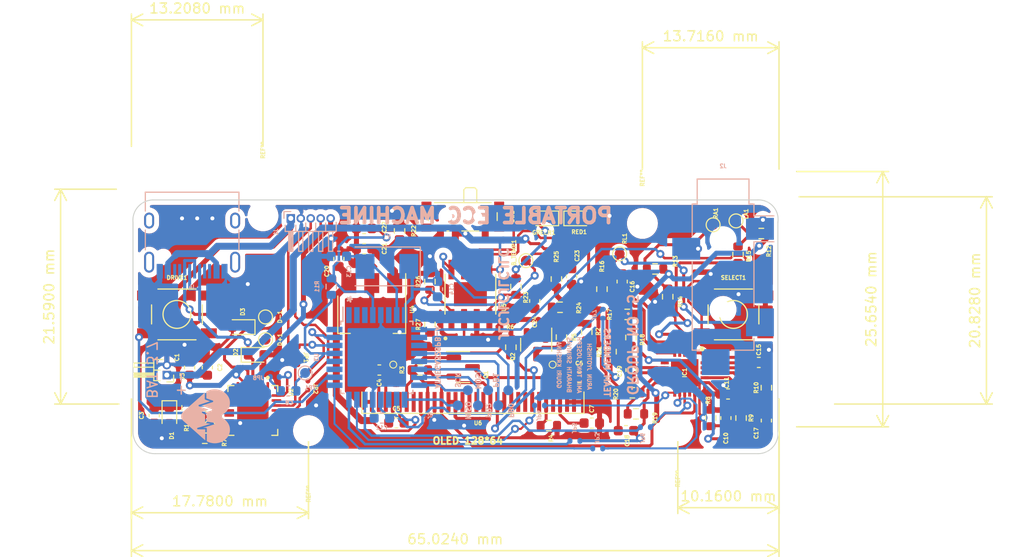
<source format=kicad_pcb>
(kicad_pcb (version 20211014) (generator pcbnew)
  (title_block (title "P-ECG") (date "2022-05-23") (rev "rev-1") (company "MEC-MINI_PROJECT_PRJ_GRP_5") (comment 1 "Designer: Arun jyothish"))
  (layers (0 "F.Cu" signal) (31 "B.Cu" signal) (34 "B.Paste" user) (35 "F.Paste" user) (36 "B.SilkS" user "B.Silkscreen") (37 "F.SilkS" user "F.Silkscreen") (38 "B.Mask" user) (39 "F.Mask" user) (44 "Edge.Cuts" user))
  (net 0 "")
  (net 1 "VIN")
  (net 2 "GND")
  (net 3 "Net-(C16-Pad2)")
  (net 4 "/REF_OUT")
  (net 5 "Net-(IC1-Pad9)")
  (net 6 "3.3V")
  (net 7 "Net-(C6-Pad1)")
  (net 8 "Net-(C7-Pad1)")
  (net 9 "/USB_D+")
  (net 10 "/USB_D-")
  (net 11 "Net-(R1-Pad2)")
  (net 12 "VCC")
  (net 13 "+5V")
  (net 15 "/BATTERY +VE")
  (net 16 "/SDN#")
  (net 17 "/OUT")
  (net 18 "Net-(J1-Pad3)")
  (net 19 "/LA")
  (net 20 "+3V3")
  (net 21 "/RA")
  (net 22 "/RL")
  (net 23 "Net-(C4-Pad1)")
  (net 24 "Net-(C4-Pad2)")
  (net 25 "/SCL_3.3")
  (net 26 "Net-(C11-Pad2)")
  (net 27 "Net-(C14-Pad1)")
  (net 28 "Net-(J1-Pad4)")
  (net 29 "Net-(IC1-Pad2)")
  (net 30 "Net-(IC1-Pad3)")
  (net 31 "Net-(C1-Pad1)")
  (net 32 "/SCL_5")
  (net 33 "/SDA_3.3")
  (net 34 "/SDA_5")
  (net 35 "Net-(C10-Pad2)")
  (net 36 "Net-(C16-Pad1)")
  (net 37 "Net-(C13-Pad1)")
  (net 38 "Net-(C17-Pad1)")
  (net 39 "Net-(C17-Pad2)")
  (net 40 "Net-(C15-Pad1)")
  (net 41 "Net-(C15-Pad2)")
  (net 42 "Net-(C21-Pad1)")
  (net 43 "Net-(C18-Pad2)")
  (net 45 "Net-(R7-Pad1)")
  (net 46 "Net-(C19-Pad2)")
  (net 47 "Net-(C24-Pad1)")
  (net 57 "Net-(C8-Pad1)")
  (net 63 "Net-(U2-Pad28)")
  (net 64 "/RST#")
  (net 65 "Net-(R27-Pad2)")
  (net 69 "/REF_IN")
  (net 71 "Net-(J5-Pad1)")
  (net 72 "Net-(J5-Pad2)")
  (net 73 "Net-(J5-Pad3)")
  (net 74 "Net-(J5-Pad4)")
  (net 75 "Net-(J5-Pad5)")
  (net 76 "Net-(J5-Pad6)")
  (net 78 "/AT_RXD")
  (net 79 "/CP_TXD")
  (net 80 "/AT_TXD")
  (net 81 "/CP_RXD")
  (net 85 "Net-(SELECT1-Pad3)")
  (net 87 "Net-(DRIVE1-Pad3)")
  (net 92 "Net-(GREEN1-Pad1)")
  (net 93 "Net-(GREEN1-Pad2)")
  (net 94 "Net-(RED1-Pad1)")
  (net 95 "Net-(B_TEMP1-Pad1)")
  (net 96 "Net-(R24-Pad1)")
  (net 97 "/AT_ADC1")
  (net 98 "/AT_SDN#")
  (net 99 "/AT_LOD-")
  (net 100 "/AT_LOD+")
  (net 101 "/LOD+")
  (net 102 "/LOD-")
  (net 110 "Net-(C5-Pad1)")
  (net 111 "Net-(C5-Pad2)")
  (net 112 "Net-(R4-Pad1)")
  (footprint "Resistor_SMD:R_0603_1608Metric" (layer "F.Cu") (at 98.31568 67.902878)
    (fp_text reference "R3")
    (fp_text value "10k")
  )
  (footprint "TEST_POINT_MATRIX_6-PIN:3_PIN_SOLDER_JUMPER_SMD" (layer "F.Cu") (at 88.66368 65.870878 90)
    (fp_text reference "JP1")
    (fp_text value "SolderJumper_3_Open")
  )
  (footprint "Resistor_SMD:R_0603_1608Metric" (layer "F.Cu") (at 123.20768 60.536878 -90)
    (fp_text reference "R14")
    (fp_text value "180k")
  )
  (footprint "TestPoint:TestPoint_Pad_D1.0mm" (layer "F.Cu") (at 76.4 72.6 -90)
    (fp_text reference "RST_CP1")
    (fp_text value "0-RST")
  )
  (footprint "Resistor_SMD:R_0603_1608Metric" (layer "F.Cu") (at 107.96768 59.520878 -90)
    (fp_text reference "R23")
    (fp_text value "1k")
  )
  (footprint "Capacitor_SMD:C_0603_1608Metric" (layer "F.Cu") (at 92.72768 53.678878 180)
    (fp_text reference "C22")
    (fp_text value ".1uf")
  )
  (footprint "TestPoint:TestPoint_Pad_D1.0mm" (layer "F.Cu") (at 82.82168 62.568878 -90)
    (fp_text reference "D-1")
    (fp_text value "D-")
  )
  (footprint "Capacitor_SMD:C_0603_1608Metric" (layer "F.Cu") (at 132.35168 67.140878)
    (fp_text reference "C15")
    (fp_text value "4.7uf")
  )
  (footprint "Resistor_SMD:R_0603_1608Metric" (layer "F.Cu") (at 121.93768 57.742878 180)
    (fp_text reference "R13")
    (fp_text value "10M")
  )
  (footprint "MountingHole:MountingHole_2.1mm" (layer "F.Cu") (at 87.13968 73.998878 -90)
    (fp_text reference "REF**")
    (fp_text value "MountingHole_2.1mm")
  )
  (footprint "Resistor_SMD:R_0603_1608Metric" (layer "F.Cu") (at 96.28368 53.932878 -90)
    (fp_text reference "R22")
    (fp_text value "0.4R")
  )
  (footprint "Capacitor_SMD:C_0603_1608Metric" (layer "F.Cu") (at 90.18768 56.726878 90)
    (fp_text reference "C20")
    (fp_text value "1uf")
  )
  (footprint "Resistor_SMD:R_0603_1608Metric" (layer "F.Cu") (at 127.52568 72.728878 -90)
    (fp_text reference "R8")
    (fp_text value "10M")
  )
  (footprint "Resistor_SMD:R_0603_1608Metric" (layer "F.Cu") (at 119.65168 70.188878 180)
    (fp_text reference "R20")
    (fp_text value "330k")
  )
  (footprint "Resistor_SMD:R_0603_1608Metric" (layer "F.Cu") (at 99.33168 59.012878 -90)
    (fp_text reference "R26")
    (fp_text value "R_Small_US")
  )
  (footprint "Package_TO_SOT_SMD:SOT-23" (layer "F.Cu") (at 102.66768 67.610878)
    (fp_text reference "Q1")
    (fp_text value "BSS138")
  )
  (footprint "MountingHole:MountingHole_2.1mm" (layer "F.Cu") (at 124.22368 73.998878 -90)
    (fp_text reference "REF**")
    (fp_text value "MountingHole_2.1mm")
  )
  (footprint "Resistor_SMD:R_0603_1608Metric" (layer "F.Cu") (at 76.72568 74.760878 180)
    (fp_text reference "R7")
    (fp_text value "10k")
  )
  (footprint "Capacitor_SMD:C_0603_1608Metric" (layer "F.Cu") (at 129.26768 70.310878)
    (fp_text reference "C11")
    (fp_text value ".1uf")
  )
  (footprint "Resistor_SMD:R_0603_1608Metric" (layer "F.Cu") (at 112.03168 58.758878 90)
    (fp_text reference "R25")
    (fp_text value "R_Small_US")
  )
  (footprint "tp4056 ftprnt:SOP127P600X175-9N" (layer "F.Cu") (at 103.39568 60.282878 90)
    (fp_text reference "U5")
    (fp_text value "TP4056")
  )
  (footprint "Resistor_SMD:R_0603_1608Metric" (layer "F.Cu") (at 130.57368 72.728878 -90)
    (fp_text reference "R9")
    (fp_text value "10M")
  )
  (footprint "Package_TO_SOT_SMD:SOT-223" (layer "F.Cu") (at 93.48968 62.314878 -90)
    (fp_text reference "U4")
    (fp_text value "LM3940IMP-3.3/NOPB")
  )
  (footprint "tactile switch:SW_PTS525SM15SMTR2LFS" (layer "F.Cu") (at 129.81168 62.314878)
    (fp_text reference "SELECT1")
    (fp_text value "PTS525SM15SMTR2LFS")
  )
  (footprint "Resistor_SMD:R_0603_1608Metric" (layer "F.Cu") (at 132.60568 54.186878 180)
    (fp_text reference "R12")
    (fp_text value "10M")
  )
  (footprint "Capacitor_SMD:C_0603_1608Metric" (layer "F.Cu") (at 92.72768 55.710878 180)
    (fp_text reference "C21")
    (fp_text value "1uf")
  )
  (footprint "MountingHole:MountingHole_2.1mm" (layer "F.Cu") (at 82.56768 52.408878 -90)
    (fp_text reference "REF**")
    (fp_text value "MountingHole_2.1mm")
  )
  (footprint "Capacitor_SMD:C_0603_1608Metric" (layer "F.Cu") (at 76.97968 67.648878 -90)
    (fp_text reference "C2")
    (fp_text value ".1uf")
  )
  (footprint "Display:OLED-128O064D" (layer "F.Cu") (at 103.64968 71.109878)
    (fp_text reference "U6")
    (fp_text value "SSD1306")
  )
  (footprint "Resistor_SMD:R_0603_1608Metric" (layer "F.Cu") (at 112.53968 64.600878 90)
    (fp_text reference "R5")
    (fp_text value "10k")
  )
  (footprint "TestPoint:TestPoint_Pad_D1.0mm" (layer "F.Cu") (at 127.76768 53.310878 -90)
    (fp_text reference "RA1")
    (fp_text value "RA")
  )
  (footprint "Capacitor_SMD:C_0603_1608Metric" (layer "F.Cu") (at 133.11368 72.982878 90)
    (fp_text reference "C17")
    (fp_text value "4.7uf")
  )
  (footprint "TestPoint:TestPoint_Pad_D1.0mm" (layer "F.Cu") (at 82.82168 64.854878 -90)
    (fp_text reference "D+1")
    (fp_text value "D+")
  )
  (footprint "Capacitor_SMD:C_0603_1608Metric" (layer "F.Cu") (at 109.855 60.96 -90)
    (fp_text reference "C24")
    (fp_text value "4.7uf")
  )
  (footprint "Capacitor_SMD:C_0603_1608Metric" (layer "F.Cu") (at 129.04968 72.728878 -90)
    (fp_text reference "C10")
    (fp_text value ".1uf")
  )
  (footprint "Resistor_SMD:R_0603_1608Metric" (layer "F.Cu") (at 116.60368 59.774878 -90)
    (fp_text reference "R16")
    (fp_text value "360k")
  )
  (footprint "Capacitor_SMD:C_0603_1608Metric" (layer "F.Cu") (at 94.25168 67.902878 180)
    (fp_text reference "C4")
    (fp_text value "1uf")
  )
  (footprint "TestPoint:TestPoint_Pad_D1.0mm" (layer "F.Cu") (at 108.96768 56.910878 -90)
    (fp_text reference "B_TEMP1")
    (fp_text value "B-TEMP")
  )
  (footprint "TestPoint:TestPoint_Pad_D1.0mm" (layer "F.Cu") (at 118.38168 56.218878 -90)
    (fp_text reference "RL1")
    (fp_text value "RL")
  )
  (footprint "Capacitor_SMD:C_0603_1608Metric" (layer "F.Cu") (at 95.96768 73.210878)
    (fp_text reference "C5")
    (fp_text value "1uf")
  )
  (footprint "Resistor_SMD:R_0603_1608Metric" (layer "F.Cu") (at 111.26968 73.490878)
    (fp_text reference "R4")
    (fp_text value "390k")
  )
  (footprint "Resistor_SMD:R_0603_1608Metric" (layer "F.Cu") (at 107.45968 65.616878 -90)
    (fp_text reference "R6")
    (fp_text value "10k")
  )
  (footprint "Resistor_SMD:R_0603_1608Metric" (layer "F.Cu") (at 117.51768 66.060878 90)
    (fp_text reference "R21")
    (fp_text value "100k")
  )
  (footprint "Resistor_SMD:R_0603_1608Metric" (layer "F.Cu") (at 133.11368 69.680878 90)
    (fp_text reference "R10")
    (fp_text value "10M")
  )
  (footprint "MountingHole:MountingHole_2.1mm" (layer "F.Cu") (at 120.66768 53.170878 -90)
    (fp_text reference "REF**")
    (fp_text value "MountingHole_2.1mm")
  )
  (footprint "Capacitor_SMD:C_0603_1608Metric" (layer "F.Cu") (at 75.20168 67.648878 90)
    (fp_text reference "C1")
    (fp_text value "4.7uf")
  )
  (footprint "Resistor_SMD:R_0603_1608Metric" (layer "F.Cu") (at 119.14368 62.314878)
    (fp_text reference "R17")
    (fp_text value "10M")
  )
  (footprint "tactile switch:SW_PTS525SM15SMTR2LFS" (layer "F.Cu") (at 73.93168 62.314878)
    (fp_text reference "DRIVE1")
    (fp_text value "PTS525SM15SMTR2LFS")
  )
  (footprint "Capacitor_SMD:C_0603_1608Metric" (layer "F.Cu") (at 119.01768 73.998878 180)
    (fp_text reference "C18")
    (fp_text value "2.7nf")
  )
  (footprint "Package_TO_SOT_SMD:SOT-23" (layer "F.Cu") (at 109.99968 65.362878 -90)
    (fp_text reference "Q2")
    (fp_text value "BSS138")
  )
  (footprint "TEST_POINT_MATRIX_6-PIN:3_PIN_SOLDER_JUMPER_SMD" (layer "F.Cu") (at 89.67968 68.410878 90)
    (fp_text reference "JP2")
    (fp_text value "SolderJumper_3_Open")
  )
  (footprint "Resistor_SMD:R_0603_1608Metric" (layer "F.Cu") (at 120.01768 72.310878 180)
    (fp_text reference "R19")
    (fp_text value "1M")
  )
  (footprint "Resistor_SMD:R_0603_1608Metric" (layer "F.Cu") (at 112.395 61.595)
    (fp_text reference "R24")
    (fp_text value "1k")
  )
  (footprint "Button_Switch_SMD:SW_SPDT_PCM12" (layer "F.Cu") (at 102.63368 52.810878 180)
    (fp_text reference "SW1")
    (fp_text value "SW_SPDT")
  )
  (footprint "Connector_PinHeader_1.00mm:PinHeader_1x02_P1.00mm_Horizontal" (layer "F.Cu") (at 72.91568 68.410878 180)
    (fp_text reference "J3")
    (fp_text value "Li-Ion 3.7 CONN")
  )
  (footprint "Capacitor_SMD:C_0603_1608Metric" (layer "F.Cu") (at 71.64568 72.474878 -90)
    (fp_text reference "C3")
    (fp_text value "1uf")
  )
  (footprint "Resistor_SMD:R_0603_1608Metric" (layer "F.Cu") (at 115.07968 64.092878 -90)
    (fp_text reference "R2")
    (fp_text value "10k")
  )
  (footprint "TestPoint:TestPoint_Pad_D1.0mm" (layer "F.Cu") (at 130.06568 52.916878 -90)
    (fp_text reference "LA1")
    (fp_text value "LA")
  )
  (footprint "CP2102-GM:QFN50P500X500X100-29N" (layer "F.Cu") (at 81.55168 71.966878 -90)
    (fp_text reference "U2")
    (fp_text value "CP2102-GM")
  )
  (footprint "Resistor_SMD:R_0603_1608Metric" (layer "F.Cu") (at 99.33168 63.330878 -90)
    (fp_text reference "R27")
    (fp_text value "R_prog")
  )
  (footprint "Capacitor_SMD:C_0603_1608Metric" (layer "F.Cu") (at 118.63568 59.012878 -90)
    (fp_text reference "C16")
    (fp_text value "1nf")
  )
  (footprint "Resistor_SMD:R_0603_1608Metric" (layer "F.Cu") (at 74.94768 71.712878 -90)
    (fp_text reference "R1")
    (fp_text value "4.7k")
  )
  (footprint "LED_SMD:LED_0603_1608Metric" (layer "F.Cu") (at 110.76768 52.662878 180)
    (fp_text reference "GREEN1")
    (fp_text value "LED GREEN")
  )
  (footprint "KiCad:QFN50P400X400X80-21N-D" (layer "F.Cu") (at 124.911866 68.179892 -90)
    (fp_text reference "IC1")
    (fp_text value "AD8232ACPZ" hide)
  )
  (footprint "Capacitor_SMD:C_0603_1608Metric" (layer "F.Cu") (at 113.55568 58.504878 -90)
    (fp_text reference "C23")
    (fp_text value "10uf")
  )
  (footprint "Capacitor_SMD:C_0603_1608Metric" (layer "F.Cu") (at 114.31768 68.664878)
    (fp_text reference "C6")
    (fp_text value "2.2uf")
  )
  (footprint "Capacitor_SMD:C_0603_1608Metric" (layer "F.Cu") (at 115.58768 73.236878)
    (fp_text reference "C7")
    (fp_text value "10uf")
  )
  (footprint "LED_SMD:LED_0603_1608Metric" (layer "F.Cu") (at 114.26768 52.662878)
    (fp_text reference "RED1")
    (fp_text value "LED RED")
  )
  (footprint "Diode_SMD:D_0603_1608Metric" (layer "F.Cu") (at 73.16968 72.474878 -90)
    (fp_text reference "D1")
    (fp_text value "4148")
  )
  (footprint "Capacitor_SMD:C_0603_1608Metric" (layer "F.Cu") (at 119.51768 67.902878 90)
    (fp_text reference "C19")
    (fp_text value "6.8nf")
  )
  (footprint "Resistor_SMD:R_0603_1608Metric" (layer "F.Cu") (at 119.51768 64.635878 -90)
    (fp_text reference "R18")
    (fp_text value "10M")
  )
  (footprint "Diode_SMD:D_0603_1608Metric" (layer "F.Cu") (at 81.86768 66.378878)
    (fp_text reference "D2")
    (fp_text value "D_Schottky")
  )
  (footprint "Diode_SMD:D_0603_1608Metric" (layer "F.Cu") (at 80.28168 63.584878 180)
    (fp_text reference "D3")
    (fp_text value "D_Schottky")
  )
  (footprint "Resistor_SMD:R_0603_1608Metric" (layer "F.Cu") (at 130.26768 56.310878 -90)
    (fp_text reference "R15")
    (fp_text value "180k")
  )
  (footprint "Capacitor_SMD:C_0603_1608Metric" (layer "B.Cu") (at 85.1 70)
    (fp_text reference "C8")
    (fp_text value ".1uf")
  )
  (footprint "Connector_USB:USB_C_Receptacle_HRO_TYPE-C-31-M-12" (layer "B.Cu") (at 75.45568 53.932878)
    (fp_text reference "J4")
    (fp_text value "USB_C_Receptacle_USB2.0")
  )
  (footprint "Crystal:Crystal_SMD_0603-2Pin_6.0x3.5mm" (layer "B.Cu") (at 95.01368 57.488878 180)
    (fp_text reference "Y1")
    (fp_text value "16MHZ")
  )
  (footprint "Connector_PinHeader_1.00mm:PinHeader_1x05_P1.00mm_Horizontal" (layer "B.Cu") (at 85.36168 52.662878 -90)
    (fp_text reference "J1")
    (fp_text value "UART")
  )
  (footprint "TEST_POINT_MATRIX_6-PIN:2_PIN_SMD_SOLDER_JUMPER" (layer "B.Cu") (at 109.23768 75.268878 180)
    (fp_text reference "JP4")
    (fp_text value "LDO-")
  )
  (footprint "TEST_POINT_MATRIX_6-PIN:2_PIN_SMD_SOLDER_JUMPER" (layer "B.Cu") (at 112.9 61.1 90)
    (fp_text reference "JP7")
    (fp_text value "REF")
  )
  (footprint "TEST_POINT_MATRIX_6-PIN:6PIN_CONN" (layer "B.Cu") (at 99.07768 69.426878 90)
    (fp_text reference "J5")
    (fp_text value "Conn_01x06_Male")
  )
  (footprint "TEST_POINT_MATRIX_6-PIN:2_PIN_SMD_SOLDER_JUMPER" (layer "B.Cu") (at 119.86768 77.447878 180)
    (fp_text reference "JP6")
    (fp_text value "LDO+")
  )
  (footprint "Capacitor_SMD:C_0603_1608Metric" (layer "B.Cu") (at 94.50568 72.728878)
    (fp_text reference "C12")
    (fp_text value ".1uf")
  )
  (footprint "Resistor_SMD:R_0603_1608Metric" (layer "B.Cu") (at 89.42568 59.520878 -90)
    (fp_text reference "R11")
    (fp_text value "10k")
  )
  (footprint "TEST_POINT_MATRIX_6-PIN:2_PIN_SMD_SOLDER_JUMPER" (layer "B.Cu") (at 82.6 72.4 180)
    (fp_text reference "JP8")
    (fp_text value "RST")
  )
  (footprint "Capacitor_SMD:C_0603_1608Metric" (layer "B.Cu") (at 90.18768 56.472878 180)
    (fp_text reference "C13")
    (fp_text value "10p")
  )
  (footprint "Package_QFP:TQFP-32_7x7mm_P0.8mm" (layer "B.Cu") (at 93.99768 66.632878 -90)
    (fp_text reference "U3")
    (fp_text value "ATmega328PB-A")
  )
  (footprint "TEST_POINT_MATRIX_6-PIN:2_PIN_SMD_SOLDER_JUMPER" (layer "B.Cu") (at 115.07968 79.586878 180)
    (fp_text reference "JP3")
    (fp_text value "LDO+")
  )
  (footprint "TEST_POINT_MATRIX_6-PIN:2_PIN_SMD_SOLDER_JUMPER" (layer "B.Cu") (at 112.79368 78.824878 180)
    (fp_text reference "JP5")
    (fp_text value "OUT")
  )
  (footprint "Capacitor_SMD:C_0603_1608Metric" (layer "B.Cu") (at 100.09368 59.774878 90)
    (fp_text reference "C14")
    (fp_text value "10p")
  )
  (footprint "Connector_Audio:Jack_3.5mm_CUI_SJ-3524-SMT_Horizontal" (layer "B.Cu") (at 128.76768 57.310878 180)
    (fp_text reference "J2")
    (fp_text value "ECG PROBE")
  )
  (footprint "TestPoint:TestPoint_Pad_D1.0mm" (layer "B.Cu") (at 86.8 68.2 180)
    (fp_text reference "TP1")
    (fp_text value "AT_RST#")
  )
  (gr_poly (pts (xy 76.012046 73.708524) (xy 76.00887 73.709573) (xy 76.005763 73.710741) (xy 76.002728 73.712027) (xy 75.999767 73.713426) (xy 75.994073 73.716552) (xy 75.988697 73.720094) (xy 75.983656 73.724026) (xy 75.978968 73.728321) (xy 75.974647 73.732955) (xy 75.970711 73.7379) (xy 75.967176 73.743131) (xy 75.964059 73.748622) (xy 75.961377 73.754347) (xy 75.959145 73.760279) (xy 75.95738 73.766394) (xy 75.956099 73.772665) (xy 75.955318 73.779066) (xy 75.955054 73.785571) (xy 75.955069 73.78706) (xy 75.955113 73.788549) (xy 75.955185 73.790039) (xy 75.955286 73.791531) (xy 75.955413 73.793025) (xy 75.955568 73.794523) (xy 75.955748 73.796025) (xy 75.955954 73.79753) (xy 75.956586 73.801201) (xy 75.957378 73.804807) (xy 75.958327 73.808347) (xy 75.959428 73.811816) (xy 75.960677 73.81521) (xy 75.96207 73.818528) (xy 75.963603 73.821764) (xy 75.965273 73.824916) (xy 75.967074 73.82798) (xy 75.969003 73.830953) (xy 75.971057 73.833831) (xy 75.97323 73.836611) (xy 75.975519 73.839288) (xy 75.97792 73.841861) (xy 75.980428 73.844325) (xy 75.98304 73.846677) (xy 75.985752 73.848913) (xy 75.98856 73.851029) (xy 75.991459 73.853024) (xy 75.994446 73.854892) (xy 75.997516 73.856631) (xy 76.000666 73.858237) (xy 76.003891 73.859706) (xy 76.007188 73.861035) (xy 76.010552 73.862221) (xy 76.013979 73.86326) (xy 76.017466 73.864149) (xy 76.021008 73.864884) (xy 76.024601 73.865461) (xy 76.028241 73.865878) (xy 76.031924 73.866131) (xy 76.035646 73.866216) (xy 76.768701 73.866216) (xy 76.768701 74.960427) (xy 76.756621 74.951629) (xy 76.744636 74.942733) (xy 76.732748 74.933739) (xy 76.720963 74.924642) (xy 76.709285 74.915442) (xy 76.697717 74.906135) (xy 76.686265 74.896718) (xy 76.674933 74.88719) (xy 76.674774 74.887561) (xy 76.662021 74.876237) (xy 76.656571 74.871495) (xy 76.651166 74.866718) (xy 76.640431 74.857081) (xy 74.555779 73.003833) (xy 74.531341 72.980885) (xy 74.508479 72.956941) (xy 74.487195 72.932068) (xy 74.467487 72.906332) (xy 74.449355 72.8798) (xy 74.4328 72.852537) (xy 74.417822 72.824611) (xy 74.404421 72.796087) (xy 74.392596 72.767033) (xy 74.382348 72.737514) (xy 74.373676 72.707596) (xy 74.366581 72.677347) (xy 74.361063 72.646832) (xy 74.357121 72.616119) (xy 74.354756 72.585272) (xy 74.353968 72.554359) (xy 74.354756 72.523446) (xy 74.357121 72.4926) (xy 74.361063 72.461886) (xy 74.366581 72.431371) (xy 74.373676 72.401122) (xy 74.382348 72.371205) (xy 74.392596 72.341685) (xy 74.404421 72.312631) (xy 74.417822 72.284107) (xy 74.4328 72.256181) (xy 74.449355 72.228919) (xy 74.467487 72.202386) (xy 74.487195 72.17665) (xy 74.508479 72.151777) (xy 74.531341 72.127833) (xy 74.555779 72.104885) (xy 76.639266 70.252643) (xy 76.645199 70.247265) (xy 76.651166 70.241927) (xy 76.657163 70.236629) (xy 76.663185 70.231371) (xy 76.67472 70.221105) (xy 76.674879 70.221475) (xy 76.686584 70.211628) (xy 76.698427 70.201916) (xy 76.71039 70.192312) (xy 76.722451 70.182793) (xy 76.722451 70.804775) (xy 76.722514 70.807959) (xy 76.7227 70.811119) (xy 76.723008 70.814251) (xy 76.723435 70.817354) (xy 76.72398 70.820424) (xy 76.724641 70.823458) (xy 76.725416 70.826455) (xy 76.726302 70.82941) (xy 76.727298 70.832321) (xy 76.728402 70.835186) (xy 76.729612 70.838001) (xy 76.730926 70.840764) (xy 76.732342 70.843472) (xy 76.733858 70.846122) (xy 76.735472 70.848711) (xy 76.737182 70.851236) (xy 76.738986 70.853696) (xy 76.740883 70.856086) (xy 76.742869 70.858404) (xy 76.744944 70.860647) (xy 76.747105 70.862813) (xy 76.74935 70.864898) (xy 76.751677 70.8669) (xy 76.754085 70.868816) (xy 76.756571 70.870643) (xy 76.759134 70.872379) (xy 76.761771 70.87402) (xy 76.76448 70.875564) (xy 76.76726 70.877008) (xy 76.770108 70.878349) (xy 76.773023 70.879584) (xy 76.776003 70.880711) (xy 77.242411 71.046763) (xy 76.151005 71.401411) (xy 76.144968 71.403644) (xy 76.139193 71.406319) (xy 76.133696 71.409412) (xy 76.128495 71.412902) (xy 76.123606 71.416764) (xy 76.119047 71.420976) (xy 76.114835 71.425514) (xy 76.110986 71.430356) (xy 76.107518 71.435478) (xy 76.104448 71.440857) (xy 76.101793 71.446471) (xy 76.099569 71.452295) (xy 76.097795 71.458307) (xy 76.096487 71.464484) (xy 76.095661 71.470803) (xy 76.095336 71.47724) (xy 76.095454 71.480609) (xy 76.095689 71.483935) (xy 76.096039 71.487219) (xy 76.096503 71.490457) (xy 76.097078 71.493647) (xy 76.097764 71.496787) (xy 76.098559 71.499875) (xy 76.099462 71.50291) (xy 76.10047 71.505889) (xy 76.101583 71.508809) (xy 76.102798 71.51167) (xy 76.104115 71.514468) (xy 76.105532 71.517202) (xy 76.107046 71.51987) (xy 76.108658 71.522469) (xy 76.110364 71.524998) (xy 76.112165 71.527454) (xy 76.114057 71.529836) (xy 76.11604 71.532141) (xy 76.118112 71.534367) (xy 76.120272 71.536512) (xy 76.122517 71.538574) (xy 76.124847 71.540552) (xy 76.12726 71.542442) (xy 76.129754 71.544243) (xy 76.132328 71.545953) (xy 76.134981 71.54757) (xy 76.13771 71.549091) (xy 76.140514 71.550515) (xy 76.143392 71.551839) (xy 76.146343 71.553062) (xy 76.149364 71.554181) (xy 77.117422 71.891895) (xy 76.490148 72.073981) (xy 76.484453 72.075861) (xy 76.478966 72.078135) (xy 76.473704 72.080785) (xy 76.468681 72.083793) (xy 76.463912 72.087141) (xy 76.459414 72.090812) (xy 76.4552 72.094788) (xy 76.451287 72.099051) (xy 76.447689 72.103583) (xy 76.444423 72.108366) (xy 76.441502 72.113383) (xy 76.438943 72.118615) (xy 76.436761 72.124045) (xy 76.434971 72.129655) (xy 76.433588 72.135428) (xy 76.432627 72.141344) (xy 76.432307 72.144357) (xy 76.432098 72.14736) (xy 76.432001 72.150351) (xy 76.432013 72.153329) (xy 76.432134 72.156289) (xy 76.432362 72.15923) (xy 76.432695 72.16215) (xy 76.433133 72.165045) (xy 76.433674 72.167914) (xy 76.434318 72.170754) (xy 76.435062 72.173562) (xy 76.435905 72.176337) (xy 76.436847 72.179075) (xy 76.437885 72.181774) (xy 76.439019 72.184431) (xy 76.440247 72.187045) (xy 76.441568 72.189612) (xy 76.442981 72.19213) (xy 76.444485 72.194597) (xy 76.446078 72.197011) (xy 76.447758 72.199368) (xy 76.449525 72.201666) (xy 76.451378 72.203904) (xy 76.453314 72.206077) (xy 76.455334 72.208185) (xy 76.457435 72.210224) (xy 76.459616 72.212192) (xy 76.461876 72.214086) (xy 76.464213 72.215904) (xy 76.466627 72.217644) (xy 76.469117 72.219303) (xy 76.47168 72.220878) (xy 76.75362 72.386878) (xy 76.75362 73.161366) (xy 76.753704 73.165084) (xy 76.753956 73.168762) (xy 76.754372 73.172397) (xy 76.754947 73.175986) (xy 76.755679 73.179523) (xy 76.756565 73.183005) (xy 76.757601 73.186428) (xy 76.758782 73.189787) (xy 76.760107 73.19308) (xy 76.761571 73.196302) (xy 76.763172 73.199448) (xy 76.764905 73.202515) (xy 76.766767 73.205499) (xy 76.768754 73.208396) (xy 76.770864 73.211202) (xy 76.773093 73.213912) (xy 76.775437 73.216524) (xy 76.777893 73.219032) (xy 76.780458 73.221433) (xy 76.783127 73.223722) (xy 76.785898 73.225896) (xy 76.788767 73.227951) (xy 76.791731 73.229883) (xy 76.794786 73.231688) (xy 76.797928 73.233361) (xy 76.801155 73.234898) (xy 76.804463 73.236297) (xy 76.807848 73.237552) (xy 76.811307 73.23866) (xy 76.814837 73.239616) (xy 76.818434 73.240417) (xy 76.822094 73.241059) (xy 77.301043 73.314031)) (layer "B.SilkS") (width 0.004) (fill solid))
  (gr_poly (pts (xy 79.250308 73.97884) (xy 79.244424 74.047634) (xy 79.234734 74.115427) (xy 79.221334 74.182136) (xy 79.204319 74.247675) (xy 79.183786 74.311958) (xy 79.15983 74.374901) (xy 79.132547 74.436418) (xy 79.102032 74.496424) (xy 79.068382 74.554834) (xy 79.031692 74.611563) (xy 78.992057 74.666527) (xy 78.949574 74.719639) (xy 78.904338 74.770814) (xy 78.856446 74.819968) (xy 78.805992 74.867015) (xy 78.753072 74.911871) (xy 78.697782 74.954449) (xy 78.640219 74.994666) (xy 78.580476 75.032435) (xy 78.518652 75.067672) (xy 78.45484 75.100291) (xy 78.389137 75.130208) (xy 78.321639 75.157337) (xy 78.252441 75.181594) (xy 78.181638 75.202892) (xy 78.109328 75.221147) (xy 78.035605 75.236274) (xy 77.960565 75.248188) (xy 77.884305 75.256803) (xy 77.806918 75.262035) (xy 77.728502 75.263797) (xy 77.673801 75.262936) (xy 77.619592 75.26037) (xy 77.565908 75.25613) (xy 77.512779 75.250247) (xy 77.460237 75.242749) (xy 77.408313 75.233668) (xy 77.357039 75.223033) (xy 77.306446 75.210874) (xy 77.256565 75.197222) (xy 77.207429 75.182105) (xy 77.159068 75.165555) (xy 77.111513 75.1476) (xy 77.064797 75.128272) (xy 77.01895 75.1076) (xy 76.974004 75.085614) (xy 76.92999 75.062344) (xy 76.92999 73.785783) (xy 76.929885 73.781636) (xy 76.929574 73.777544) (xy 76.929061 73.773511) (xy 76.928352 73.769543) (xy 76.927452 73.765644) (xy 76.926366 73.76182) (xy 76.925099 73.758075) (xy 76.923656 73.754415) (xy 76.922041 73.750846) (xy 76.920262 73.747371) (xy 76.918321 73.743996) (xy 76.916224 73.740726) (xy 76.913977 73.737566) (xy 76.911584 73.734521) (xy 76.909051 73.731597) (xy 76.906382 73.728798) (xy 76.903583 73.726129) (xy 76.900659 73.723596) (xy 76.897614 73.721203) (xy 76.894455 73.718956) (xy 76.891185 73.71686) (xy 76.88781 73.714919) (xy 76.884335 73.713139) (xy 76.880765 73.711525) (xy 76.877105 73.710082) (xy 76.873361 73.708814) (xy 76.869537 73.707728) (xy 76.865638 73.706828) (xy 76.86167 73.706119) (xy 76.857637 73.705607) (xy 76.853545 73.705295) (xy 76.849398 73.705191) (xy 76.574655 73.705191) (xy 77.686593 73.364884) (xy 77.689929 73.363782) (xy 77.693189 73.362543) (xy 77.69637 73.36117) (xy 77.69947 73.359669) (xy 77.702486 73.358042) (xy 77.705417 73.356295) (xy 77.708259 73.354431) (xy 77.71101 73.352455) (xy 77.716229 73.34818) (xy 77.721055 73.343504) (xy 77.725468 73.33846) (xy 77.729449 73.333081) (xy 77.732977 73.327398) (xy 77.736034 73.321446) (xy 77.7386 73.315258) (xy 77.740655 73.308865) (xy 77.742179 73.302301) (xy 77.743153 73.295598) (xy 77.743428 73.292206) (xy 77.743557 73.288791) (xy 77.74354 73.285357) (xy 77.743372 73.28191) (xy 77.74304 73.278414) (xy 77.742561 73.274961) (xy 77.741938 73.271555) (xy 77.741175 73.268199) (xy 77.740274 73.264897) (xy 77.739239 73.261651) (xy 77.738072 73.258466) (xy 77.736777 73.255344) (xy 77.735356 73.25229) (xy 77.733813 73.249305) (xy 77.732151 73.246394) (xy 77.730373 73.243559) (xy 77.728482 73.240805) (xy 77.72648 73.238134) (xy 77.724372 73.235549) (xy 77.722159 73.233055) (xy 77.719846 73.230654) (xy 77.717435 73.22835) (xy 77.714929 73.226145) (xy 77.712331 73.224044) (xy 77.709644 73.222049) (xy 77.706872 73.220165) (xy 77.704017 73.218393) (xy 77.701083 73.216738) (xy 77.698072 73.215203) (xy 77.694988 73.213791) (xy 77.691833 73.212506) (xy 77.688611 73.21135) (xy 77.685324 73.210328) (xy 77.681977 73.209441) (xy 77.678571 73.208695) (xy 77.67511 73.208092) (xy 76.914962 73.092257) (xy 76.914962 72.340893) (xy 76.914918 72.338221) (xy 76.914787 72.335563) (xy 76.914569 72.332922) (xy 76.914266 72.330298) (xy 76.913879 72.327695) (xy 76.913408 72.325113) (xy 76.912855 72.322554) (xy 76.912221 72.320021) (xy 76.911507 72.317515) (xy 76.910713 72.315037) (xy 76.909842 72.31259) (xy 76.908893 72.310175) (xy 76.907868 72.307794) (xy 76.906767 72.30545) (xy 76.905593 72.303143) (xy 76.904346 72.300875) (xy 76.903026 72.298649) (xy 76.901636 72.296465) (xy 76.900175 72.294327) (xy 76.898645 72.292235) (xy 76.897048 72.290191) (xy 76.895383 72.288198) (xy 76.893652 72.286256) (xy 76.891856 72.284368) (xy 76.889997 72.282536) (xy 76.888074 72.280761) (xy 76.88609 72.279045) (xy 76.884045 72.27739) (xy 76.881939 72.275797) (xy 76.879775 72.274269) (xy 76.877553 72.272807) (xy 76.875275 72.271414) (xy 76.71462 72.176852) (xy 77.404865 71.976456) (xy 77.407995 71.975478) (xy 77.411062 71.974383) (xy 77.417002 71.971849) (xy 77.422667 71.968878) (xy 77.428037 71.965494) (xy 77.433096 71.96172) (xy 77.437825 71.957579) (xy 77.442205 71.953095) (xy 77.446219 71.948291) (xy 77.449849 71.943191) (xy 77.453076 71.937818) (xy 77.455882 71.932195) (xy 77.458249 71.926346) (xy 77.46016 71.920294) (xy 77.461595 71.914063) (xy 77.462537 71.907675) (xy 77.462817 71.904431) (xy 77.462967 71.901156) (xy 77.463023 71.898054) (xy 77.462942 71.894954) (xy 77.462728 71.891859) (xy 77.462382 71.888773) (xy 77.461908 71.8857) (xy 77.461307 71.882645) (xy 77.460582 71.879612) (xy 77.459734 71.876605) (xy 77.458768 71.873628) (xy 77.457684 71.870684) (xy 77.456485 71.867779) (xy 77.455174 71.864917) (xy 77.453753 71.862101) (xy 77.452224 71.859336) (xy 77.450589 71.856625) (xy 77.448852 71.853974) (xy 77.447013 71.851385) (xy 77.445077 71.848864) (xy 77.443044 71.846415) (xy 77.440917 71.84404) (xy 77.438699 71.841746) (xy 77.436392 71.839535) (xy 77.433998 71.837412) (xy 77.43152 71.835381) (xy 77.42896 71.833446) (xy 77.42632 71.831612) (xy 77.423603 71.829882) (xy 77.420811 71.828261) (xy 77.417946 71.826752) (xy 77.415011 71.825361) (xy 77.412008 71.82409) (xy 77.40894 71.822945) (xy 76.428499 71.480839) (xy 77.517525 71.126985) (xy 77.523551 71.124754) (xy 77.529314 71.122084) (xy 77.534799 71.118999) (xy 77.539989 71.11552) (xy 77.544867 71.111672) (xy 77.549416 71.107475) (xy 77.553621 71.102955) (xy 77.557463 71.098132) (xy 77.560928 71.093031) (xy 77.563997 71.087673) (xy 77.566655 71.082081) (xy 77.568885 71.076279) (xy 77.57067 71.070289) (xy 77.571995 71.064134) (xy 77.572841 71.057837) (xy 77.573193 71.05142) (xy 77.573187 71.048182) (xy 77.573053 71.04497) (xy 77.572792 71.041786) (xy 77.572407 71.038633) (xy 77.571899 71.035514) (xy 77.571271 71.032432) (xy 77.570525 71.029389) (xy 77.569662 71.026389) (xy 77.568686 71.023433) (xy 77.567598 71.020526) (xy 77.5664 71.017669) (xy 77.565095 71.014866) (xy 77.563684 71.012119) (xy 77.56217 71.009431) (xy 77.560554 71.006806) (xy 77.558839 71.004245) (xy 77.557027 71.001751) (xy 77.555121 70.999329) (xy 77.553121 70.996979) (xy 77.551031 70.994705) (xy 77.548852 70.99251) (xy 77.546587 70.990397) (xy 77.544237 70.988368) (xy 77.541805 70.986427) (xy 77.539293 70.984575) (xy 77.536703 70.982817) (xy 77.534037 70.981154) (xy 77.531297 70.97959) (xy 77.528485 70.978127) (xy 77.525604 70.976768) (xy 77.522655 70.975516) (xy 77.519641 70.974373) (xy 76.883689 70.747943) (xy 76.883689 70.072726) (xy 76.929584 70.046493) (xy 76.976578 70.021691) (xy 77.024633 69.998358) (xy 77.07371 69.97653) (xy 77.123771 69.956241) (xy 77.174777 69.937528) (xy 77.22669 69.920427) (xy 77.279472 69.904974) (xy 77.333085 69.891204) (xy 77.387489 69.879154) (xy 77.442647 69.868859) (xy 77.49852 69.860356) (xy 77.55507 69.85368) (xy 77.612259 69.848867) (xy 77.670047 69.845952) (xy 77.728398 69.844973) (xy 77.806809 69.846736) (xy 77.884191 69.851967) (xy 77.960448 69.860582) (xy 78.035485 69.872496) (xy 78.109205 69.887623) (xy 78.181514 69.905878) (xy 78.252314 69.927177) (xy 78.321511 69.951433) (xy 78.389009 69.978562) (xy 78.454712 70.008479) (xy 78.518523 70.041099) (xy 78.580348 70.076336) (xy 78.640091 70.114105) (xy 78.697655 70.154321) (xy 78.752946 70.1969) (xy 78.805867 70.241755) (xy 78.856322 70.288803) (xy 78.904216 70.337957) (xy 78.949454 70.389132) (xy 78.991938 70.442244) (xy 79.031575 70.497207) (xy 79.068266 70.553937) (xy 79.101918 70.612347) (xy 79.132435 70.672353) (xy 79.159719 70.73387) (xy 79.183677 70.796813) (xy 79.204211 70.861096) (xy 79.221227 70.926634) (xy 79.234628 70.993343) (xy 79.244318 71.061137) (xy 79.250203 71.129931) (xy 79.252186 71.19964) (xy 79.251406 71.243401) (xy 79.249082 71.286832) (xy 79.245238 71.329912) (xy 79.239898 71.372618) (xy 79.233084 71.414929) (xy 79.22482 71.456824) (xy 79.21513 71.498281) (xy 79.204037 71.539278) (xy 79.191564 71.579793) (xy 79.177736 71.619806) (xy 79.162576 71.659295) (xy 79.146107 71.698237) (xy 79.128352 71.736612) (xy 79.109336 71.774397) (xy 79.089082 71.811571) (xy 79.067612 71.848113) (xy 79.021124 71.919214) (xy 78.970058 71.987525) (xy 78.914604 72.052874) (xy 78.854949 72.115089) (xy 78.791281 72.173996) (xy 78.723788 72.229423) (xy 78.652658 72.281197) (xy 78.57808 72.329146) (xy 78.562601 72.339187) (xy 78.548119 72.350009) (xy 78.534637 72.361559) (xy 78.522153 72.373785) (xy 78.510668 72.386635) (xy 78.500182 72.400058) (xy 78.490694 72.414) (xy 78.482205 72.428411) (xy 78.474715 72.443237) (xy 78.468224 72.458428) (xy 78.462731 72.473931) (xy 78.458237 72.489694) (xy 78.454741 72.505665) (xy 78.452244 72.521792) (xy 78.450746 72.538023) (xy 78.450247 72.554306) (xy 78.450746 72.570589) (xy 78.452244 72.58682) (xy 78.454741 72.602947) (xy 78.458237 72.618918) (xy 78.462731 72.634681) (xy 78.468224 72.650184) (xy 78.474715 72.665375) (xy 78.482205 72.680201) (xy 78.490694 72.694612) (xy 78.500182 72.708555) (xy 78.510668 72.721977) (xy 78.522153 72.734827) (xy 78.534637 72.747053) (xy 78.548119 72.758603) (xy 78.562601 72.769425) (xy 78.57808 72.779466) (xy 78.652659 72.827415) (xy 78.723788 72.879189) (xy 78.791281 72.934617) (xy 78.85495 72.993526) (xy 78.914607 73.055743) (xy 78.970064 73.121096) (xy 79.021133 73.189412) (xy 79.067626 73.260519) (xy 79.109355 73.334243) (xy 79.146132 73.410414) (xy 79.17777 73.488857) (xy 79.204081 73.569401) (xy 79.224876 73.651873) (xy 79.239968 73.7361) (xy 79.249169 73.821911) (xy 79.252291 73.909131)) (layer "B.SilkS") (width 0.004) (fill solid))
  (gr_line (start 107.76768 50.810878) (end 71.51768 50.810878) (layer "Edge.Cuts") (width 0.1))
  (gr_line (start 69.51768 53.060878) (end 69.51768 74.060878) (layer "Edge.Cuts") (width 0.1))
  (gr_arc (start 132.26768 50.810878) (mid 133.79945 51.463185) (end 134.26768 53.060878) (layer "Edge.Cuts") (width 0.1))
  (gr_line (start 132.26768 76.310878) (end 71.76768 76.310878) (layer "Edge.Cuts") (width 0.1))
  (gr_arc (start 69.51768 53.060878) (mid 70.023459 51.496574) (end 71.51768 50.810878) (layer "Edge.Cuts") (width 0.1))
  (gr_arc (start 71.76768 76.310878) (mid 70.159627 75.668931) (end 69.51768 74.060878) (layer "Edge.Cuts") (width 0.1))
  (gr_arc (start 134.26768 74.060878) (mid 133.773253 75.63528) (end 132.26768 76.310878) (layer "Edge.Cuts") (width 0.1))
  (gr_line (start 134.26768 53.060878) (end 134.26768 74.060878) (layer "Edge.Cuts") (width 0.1))
  (gr_line (start 107.76768 50.810878) (end 132.26768 50.810878) (layer "Edge.Cuts") (width 0.1))
  (gr_text "PB0\n" (at 107.45968 71.966878 270) (layer "B.SilkS") (effects (font (size 0.5 0.5) (thickness 0.125)) (justify mirror)))
  (gr_text "+\n" (at 74.43968 69.934878 270) (layer "B.SilkS") (effects (font (size 1 1)) (justify mirror)))
  (gr_text "GROUP NO. 5\n" (at 119.65168 65.362878 270) (layer "B.SilkS") (effects (font (size 1 1) (thickness 0.2)) (justify mirror)))
  (gr_text "PB2\n" (at 105.17368 71.966878 270) (layer "B.SilkS") (effects (font (size 0.5 0.5) (thickness 0.125)) (justify mirror)))
  (gr_text "JLCJLCJLCJLC" (at 106.69768 60.282878 270) (layer "B.SilkS") (effects (font (size 0.9 0.9) (thickness 0.225)) (justify mirror)))
  (gr_text "TEAM MEMBERS" (at 117.11168 67.140878 270) (layer "B.SilkS") (effects (font (size 0.6 0.6)) (justify mirror)))
  (gr_text "BAT 3.7\n" (at 71.39168 67.902878 270) (layer "B.SilkS") (effects (font (size 1 1)) (justify mirror)))
  (gr_text "ATMEGA328PB-A" (at 100.09368 66.632878 270) (layer "B.SilkS") (effects (font (size 0.5 0.5) (thickness 0.125)) (justify mirror)))
  (gr_text "GOURI KRISHNA" (at 112.28568 67.394878 270) (layer "B.SilkS") (effects (font (size 0.4 0.4) (thickness 0.1)) (justify mirror)))
  (gr_text "-\n" (at 74.43968 68.664878 270) (layer "B.SilkS") (effects (font (size 1 1)) (justify mirror)))
  (gr_text "ARUN JYOTHISH " (at 115.33368 67.394878 270) (layer "B.SilkS") (effects (font (size 0.4 0.4) (thickness 0.1)) (justify mirror)))
  (gr_text "MOSI\n" (at 104.15768 68.918878 270) (layer "B.SilkS") (effects (font (size 0.5 0.5) (thickness 0.125)) (justify mirror)))
  (gr_text "AMIT TONY JOSEPH" (at 114.31768 67.394878 270) (layer "B.SilkS") (effects (font (size 0.4 0.4) (thickness 0.1)) (justify mirror)))
  (gr_text "PB1\n" (at 105.93568 68.918878 270) (layer "B.SilkS") (effects (font (size 0.5 0.5) (thickness 0.125)) (justify mirror)))
  (gr_text "SCK\n" (at 102.12568 68.918878 270) (layer "B.SilkS") (effects (font (size 0.5 0.5) (thickness 0.125)) (justify mirror)))
  (gr_text "BHARATH SRINIVAS" (at 113.30168 67.394878 270) (layer "B.SilkS") (effects (font (size 0.4 0.4) (thickness 0.1)) (justify mirror)))
  (gr_text "PORTABLE ECG MACHINE" (at 103.90368 52.408878) (layer "B.SilkS") (effects (font (size 1.5 1.5) (thickness 0.375)) (justify mirror)))
  (gr_text "MISO\n" (at 103.14168 71.966878 270) (layer "B.SilkS") (effects (font (size 0.5 0.5) (thickness 0.125)) (justify mirror)))
  (gr_text "*\n" (at 90.94968 60.790878 270) (layer "B.SilkS") (effects (font (size 1 1) (thickness 0.2)) (justify mirror)))
  (gr_text "OLED 128*64\n" (at 103.14168 75.014878) (layer "F.SilkS") (effects (font (size 0.7 0.7) (thickness 0.175))))
  (dimension (type aligned) (layer "F.SilkS") (pts (xy 87.13968 74.1168) (xy 69.35968 74.1168)) (height -8.128) (gr_text "17.7800 mm" (at 78.24968 81.0948) (layer "F.SilkS") (effects (font (size 1 1) (thickness 0.15)))) (format (units 3) (units_format 1) (precision 4)) (style (thickness 0.15) (arrow_length 1.27) (text_position_mode 0) (extension_height 0.58642) (extension_offset 0.5) keep_text_aligned))
  (dimension (type aligned) (layer "F.SilkS") (pts (xy 134.38368 70.3068) (xy 69.35968 70.3068)) (height -15.748) (gr_text "65.0240 mm" (at 101.87168 84.9048) (layer "F.SilkS") (effects (font (size 1 1) (thickness 0.15)))) (format (units 3) (units_format 1) (precision 4)) (style (thickness 0.15) (arrow_length 1.27) (text_position_mode 0) (extension_height 0.58642) (extension_offset 0.5) keep_text_aligned))
  (dimension (type aligned) (layer "F.SilkS") (pts (xy 135.65368 73.6088) (xy 135.65368 47.9548)) (height 9.144) (gr_text "25.6540 mm" (at 143.64768 60.7818 90) (layer "F.SilkS") (effects (font (size 1 1) (thickness 0.15)))) (format (units 3) (units_format 1) (precision 4)) (style (thickness 0.15) (arrow_length 1.27) (text_position_mode 0) (extension_height 0.58642) (extension_offset 0.5) keep_text_aligned))
  (dimension (type aligned) (layer "F.SilkS") (pts (xy 82.56768 45.9228) (xy 69.35968 45.9228)) (height 13.208) (gr_text "13.2080 mm" (at 75.96368 31.5648) (layer "F.SilkS") (effects (font (size 1 1) (thickness 0.15)))) (format (units 3) (units_format 1) (precision 4)) (style (thickness 0.15) (arrow_length 1.27) (text_position_mode 0) (extension_height 0.58642) (extension_offset 0.5) keep_text_aligned))
  (dimension (type aligned) (layer "F.SilkS") (pts (xy 124.22368 73.6088) (xy 134.38368 73.6088)) (height 8.128) (gr_text "10.1600 mm" (at 129.30368 80.5868) (layer "F.SilkS") (effects (font (size 1 1) (thickness 0.15)))) (format (units 3) (units_format 1) (precision 4)) (style (thickness 0.15) (arrow_length 1.27) (text_position_mode 0) (extension_height 0.58642) (extension_offset 0.5) keep_text_aligned))
  (dimension (type aligned) (layer "F.SilkS") (pts (xy 120.66768 48.2088) (xy 134.38368 48.2088)) (height -12.7) (gr_text "13.7160 mm" (at 127.52568 34.3588) (layer "F.SilkS") (effects (font (size 1 1) (thickness 0.15)))) (format (units 3) (units_format 1) (precision 4)) (style (thickness 0.15) (arrow_length 1.27) (text_position_mode 0) (extension_height 0.58642) (extension_offset 0.5) keep_text_aligned))
  (dimension (type orthogonal) (layer "F.SilkS") (pts (xy 139.46368 71.3228) (xy 135.90768 50.4948)) (height 15.748) (orientation 1) (gr_text "20.8280 mm" (at 154.06168 60.9088 90) (layer "F.SilkS") (effects (font (size 1 1) (thickness 0.15)))) (format (units 3) (units_format 1) (precision 4)) (style (thickness 0.15) (arrow_length 1.27) (text_position_mode 0) (extension_height 0.58642) (extension_offset 0.5) keep_text_aligned))
  (dimension (type orthogonal) (layer "F.SilkS") (pts (xy 68.59768 71.3228) (xy 68.34368 49.7328)) (height -6.35) (orientation 1) (gr_text "21.5900 mm" (at 61.09768 60.5278 90) (layer "F.SilkS") (effects (font (size 1 1) (thickness 0.15)))) (format (units 3) (units_format 1) (precision 4)) (style (thickness 0.15) (arrow_length 1.27) (text_position_mode 0) (extension_height 0.58642) (extension_offset 0.5) keep_text_aligned))
  (segment (start 78.25563 55.456878) (end 74.19163 59.520878) (width 0.5) (layer "F.Cu") (net 1))
  (segment (start 80.05168 69.596878) (end 79.18168 70.466878) (width 0.25) (layer "F.Cu") (net 1))
  (segment (start 78.22568 70.466878) (end 77.80468 70.887878) (width 0.25) (layer "F.Cu") (net 1))
  (segment (start 73.15718 71.699878) (end 71.64568 71.699878) (width 0.5) (layer "F.Cu") (net 1))
  (segment (start 79.18168 70.466878) (end 78.22568 70.466878) (width 0.25) (layer "F.Cu") (net 1))
  (segment (start 85.36168 53.678878) (end 83.58368 55.456878) (width 0.5) (layer "F.Cu") (net 1))
  (segment (start 71.981191 61.725367) (end 71.981191 65.789367) (width 0.5) (layer "F.Cu") (net 1))
  (segment (start 73.16968 71.687378) (end 73.15718 71.699878) (width 0.5) (layer "F.Cu") (net 1))
  (segment (start 71.13768 66.632878) (end 71.13768 71.191878) (width 0.5) (layer "F.Cu") (net 1))
  (segment (start 77.80468 70.887878) (end 74.94768 70.887878) (width 0.25) (layer "F.Cu") (net 1))
  (segment (start 85.36168 52.662878) (end 85.36168 53.678878) (width 0.5) (layer "F.Cu") (net 1))
  (segment (start 83.58368 55.456878) (end 78.25563 55.456878) (width 0.5) (layer "F.Cu") (net 1))
  (segment (start 71.13768 71.191878) (end 71.64568 71.699878) (width 0.5) (layer "F.Cu") (net 1))
  (segment (start 71.981191 65.789367) (end 71.13768 66.632878) (width 0.5) (layer "F.Cu") (net 1))
  (segment (start 73.16968 71.687378) (end 74.14818 71.687378) (width 0.5) (layer "F.Cu") (net 1))
  (segment (start 74.14818 71.687378) (end 74.94768 70.887878) (width 0.5) (layer "F.Cu") (net 1))
  (segment (start 74.18568 59.520878) (end 71.981191 61.725367) (width 0.5) (layer "F.Cu") (net 1))
  (segment (start 74.19163 59.520878) (end 74.18568 59.520878) (width 0.5) (layer "F.Cu") (net 1))
  (segment (start 73.746711 56.403847) (end 73.00568 57.144878) (width 0.5) (layer "B.Cu") (net 1))
  (segment (start 77.164649 56.403847) (end 76.964649 56.203847) (width 0.7) (layer "B.Cu") (net 1))
  (segment (start 73.00568 57.144878) (end 73.00568 57.977878) (width 0.3) (layer "B.Cu") (net 1))
  (segment (start 85.36168 53.424878) (end 85.36168 52.662878) (width 0.7) (layer "B.Cu") (net 1))
  (segment (start 73.946711 56.203847) (end 73.746711 56.403847) (width 0.7) (layer "B.Cu") (net 1))
  (segment (start 77.90568 57.977878) (end 77.90568 57.144878) (width 0.3) (layer "B.Cu") (net 1))
  (segment (start 77.048711 56.403847) (end 77.9892 55.463358) (width 0.7) (layer "B.Cu") (net 1))
  (segment (start 77.90568 57.144878) (end 77.164649 56.403847) (width 0.5) (layer "B.Cu") (net 1))
  (segment (start 76.964649 56.203847) (end 73.946711 56.203847) (width 0.7) (layer "B.Cu") (net 1))
  (segment (start 83.3232 55.463358) (end 85.36168 53.424878) (width 0.7) (layer "B.Cu") (net 1))
  (segment (start 77.9892 55.463358) (end 83.3232 55.463358) (width 0.7) (layer "B.Cu") (net 1))
  (segment (start 103.984157 74.710878) (end 102.764157 73.490878) (width 0.3) (layer "F.Cu") (net 2))
  (segment (start 125.411866 70.179892) (end 125.411866 68.679892) (width 0.3) (layer "F.Cu") (net 2))
  (segment (start 126.4 72.3) (end 126.4 69.282558) (width 0.25) (layer "F.Cu") (net 2))
  (segment (start 129.04968 70.867878) (end 129.04968 71.953878) (width 0.3) (layer "F.Cu") (net 2))
  (segment (start 127.361694 69.179892) (end 128.49268 70.310878) (width 0.3) (layer "F.Cu") (net 2))
  (segment (start 99.79968 72.878878) (end 99.79968 71.109878) (width 0.3) (layer "F.Cu") (net 2))
  (segment (start 106.045 63.5) (end 106.045 63.983558) (width 0.25) (layer "F.Cu") (net 2))
  (segment (start 127.52568 71.493878) (end 127.51768 71.485878) (width 0.3) (layer "F.Cu") (net 2))
  (segment (start 128.49268 69.732392) (end 128.79568 69.429392) (width 0.3) (layer "F.Cu") (net 2))
  (segment (start 112.09468 73.490878) (end 110.87468 74.710878) (width 0.3) (layer "F.Cu") (net 2))
  (segment (start 107.81 61.735) (end 106.045 63.5) (width 0.25) (layer "F.Cu") (net 2))
  (segment (start 98.39968 72.3089) (end 98.39968 71.109878) (width 0.3) (layer "F.Cu") (net 2))
  (segment (start 128.49268 70.310878) (end 128.49268 69.732392) (width 0.3) (layer "F.Cu") (net 2))
  (segment (start 99.76768 72.910878) (end 99.79968 72.878878) (width 0.3) (layer "F.Cu") (net 2))
  (segment (start 101.89968 71.109878) (end 101.89968 72.626401) (width 0.3) (layer "F.Cu") (net 2))
  (segment (start 106.045 63.983558) (end 105.17368 64.854878) (width 0.25) (layer "F.Cu") (net 2))
  (segment (start 128.49268 70.310878) (end 129.04968 70.867878) (width 0.3) (layer "F.Cu") (net 2))
  (segment (start 125.411866 68.679892) (end 124.911866 68.179892) (width 0.3) (layer "F.Cu") (net 2))
  (segment (start 114.244449 59.279878) (end 114.51818 59.006147) (width 0.25) (layer "F.Cu") (net 2))
  (segment (start 101.89968 72.626401) (end 102.764157 73.490878) (width 0.3) (layer "F.Cu") (net 2))
  (segment (start 126.911866 69.179892) (end 127.361694 69.179892) (width 0.3) (layer "F.Cu") (net 2))
  (segment (start 126.796151 72.696151) (end 126.4 72.3) (width 0.25) (layer "F.Cu") (net 2))
  (segment (start 82.05168 69.596878) (end 82.05168 71.466878) (width 0.25) (layer "F.Cu") (net 2))
  (segment (start 126.502666 69.179892) (end 126.911866 69.179892) (width 0.3) (layer "F.Cu") (net 2))
  (segment (start 82.05168 68.656878) (end 82.05168 69.596878) (width 0.25) (layer "F.Cu") (net 2))
  (segment (start 99.76768 72.910878) (end 99.316191 72.459389) (width 0.3) (layer "F.Cu") (net 2))
  (segment (start 109.855 61.735) (end 107.81 61.735) (width 0.25) (layer "F.Cu") (net 2))
  (segment (start 79.49418 63.584878) (end 79.49418 64.359378) (width 0.3) (layer "F.Cu") (net 2))
  (segment (start 79.49418 64.359378) (end 76.97968 66.873878) (width 0.3) (layer "F.Cu") (net 2))
  (segment (start 124.911866 68.179892) (end 125.911866 69.179892) (width 0.3) (layer "F.Cu") (net 2))
  (segment (start 127.52568 71.903878) (end 127.52568 71.493878) (width 0.3) (layer "F.Cu") (net 2))
  (segment (start 126.4 69.282558) (end 126.502666 69.179892) (width 0.25) (layer "F.Cu") (net 2))
  (segment (start 82.05168 71.466878) (end 81.55168 71.966878) (width 0.25) (layer "F.Cu") (net 2))
  (segment (start 113.55568 59.279878) (end 114.244449 59.279878) (width 0.25) (layer "F.Cu") (net 2))
  (segment (start 110.87468 74.710878) (end 103.984157 74.710878) (width 0.3) (layer "F.Cu") (net 2))
  (segment (start 98.550169 72.459389) (end 98.39968 72.3089) (width 0.3) (layer "F.Cu") (net 2))
  (segment (start 128.99968 71.903878) (end 127.52568 71.903878) (width 0.3) (layer "F.Cu") (net 2))
  (segment (start 129.04968 71.953878) (end 128.99968 71.903878) (width 0.3) (layer "F.Cu") (net 2))
  (segment (start 83.808558 66.9) (end 82.05168 68.656878) (width 0.25) (layer "F.Cu") (net 2))
  (segment (start 125.911866 69.179892) (end 126.502666 69.179892) (width 0.3) (layer "F.Cu") (net 2))
  (segment (start 84.5 66.9) (end 83.808558 66.9) (width 0.25) (layer "F.Cu") (net 2))
  (segment (start 99.316191 72.459389) (end 98.550169 72.459389) (width 0.3) (layer "F.Cu") (net 2))
  (via (at 126.796151 72.696151) (size 0.8) (drill 0.4) (layers "F.Cu" "B.Cu") (net 2))
  (via (at 99.33168 56.472878) (size 0.8) (drill 0.4) (layers "F.Cu" "B.Cu") (net 2))
  (via (at 81.04368 59.266878) (size 0.8) (drill 0.4) (layers "F.Cu" "B.Cu") (net 2))
  (via (at 121.93768 61.044878) (size 0.8) (drill 0.4) (layers "F.Cu" "B.Cu") (net 2))
  (via (at 102.764157 73.490878) (size 0.8) (drill 0.4) (layers "F.Cu" "B.Cu") (net 2))
  (via (at 89.42568 54.694878) (size 0.8) (drill 0.4) (layers "F.Cu" "B.Cu") (net 2))
  (via (at 95.52168 51.900878) (size 0.8) (drill 0.4) (layers "F.Cu" "B.Cu") (net 2))
  (via (at 77.48768 52.662878) (size 0.8) (drill 0.4) (layers "F.Cu" "B.Cu") (net 2))
  (via (at 127.52568 58.250878) (size 0.8) (drill 0.4) (layers "F.Cu" "B.Cu") (net 2))
  (via (at 114.51818 59.006147) (size 0.8) (drill 0.4) (layers "F.Cu" "B.Cu") (net 2))
  (via (at 133.36768 65.870878) (size 0.8) (drill 0.4) (layers "F.Cu" "B.Cu") (net 2))
  (via (at 130.31968 60.282878) (size 0.8) (drill 0.4) (layers "F.Cu" "B.Cu") (net 2))
  (via (at 128.79568 69.429392) (size 0.8) (drill 0.4) (layers "F.Cu" "B.Cu") (net 2))
  (via (at 96.28368 64.092878) (size 0.8) (drill 0.4) (layers "F.Cu" "B.Cu") (net 2))
  (via (at 74.43968 52.662878) (size 0.8) (drill 0.4) (layers "F.Cu" "B.Cu") (net 2))
  (via (at 75.96368 52.662878) (size 0.8) (drill 0.4) (layers "F.Cu" "B.Cu") (net 2))
  (via (at 105.17368 64.854878) (size 0.8) (drill 0.4) (layers "F.Cu" "B.Cu") (net 2))
  (via (at 120.15968 59.520878) (size 0.8) (drill 0.4) (layers "F.Cu" "B.Cu") (net 2))
  (via (at 99.76768 72.910878) (size 0.8) (drill 0.4) (layers "F.Cu" "B.Cu") (net 2))
  (via (at 72.40768 74.760878) (size 0.8) (drill 0.4) (layers "F.Cu" "B.Cu") (net 2))
  (via (at 87.90168 71.458878) (size 0.8) (drill 0.4) (layers "F.Cu" "B.Cu") (net 2))
  (via (at 80.28168 73.236878) (size 0.8) (drill 0.4) (layers "F.Cu" "B.Cu") (net 2))
  (via (at 74.69368 65.362878) (size 0.8) (drill 0.4) (layers "F.Cu" "B.Cu") (net 2))
  (via (at 117.36568 52.408878) (size 0.8) (drill 0.4) (layers "F.Cu" "B.Cu") (net 2))
  (via (at 84.5 66.9) (size 0.8) (drill 0.4) (layers "F.Cu" "B.Cu") (net 2))
  (via (at 97.80768 61.806878) (size 0.8) (drill 0.4) (layers "F.Cu" "B.Cu") (net 2))
  (segment (start 94.25168 66.124878) (end 94.25168 69.304856) (width 0.25) (layer "B.Cu") (net 2))
  (segment (start 94.39768 63.432878) (end 95.05768 64.092878) (width 0.25) (layer "B.Cu") (net 2))
  (segment (start 93.59768 71.932878) (end 93.59768 70.882878) (width 0.25) (layer "B.Cu") (net 2))
  (segment (start 95.05768 64.092878) (end 96.28368 64.092878) (width 0.25) (layer "B.Cu") (net 2))
  (segment (start 72.20568 58.960878) (end 71.89968 59.266878) (width 0.5) (layer "B.Cu") (net 2))
  (segment (start 93.73068 72.728878) (end 93.73068 72.065878) (width 0.25) (layer "B.Cu") (net 2))
  (segment (start 78.70568 58.198878) (end 79.51968 59.012878) (width 0.5) (layer "B.Cu") (net 2))
  (segment (start 93.73068 72.065878) (end 93.59768 71.932878) (width 0.25) (layer "B.Cu") (net 2))
  (segment (start 78.70568 57.977878) (end 78.70568 58.198878) (width 0.5) (layer "B.Cu") (net 2))
  (segment (start 94.39768 62.382878) (end 94.39768 63.432878) (width 0.25) (layer "B.Cu") (net 2))
  (segment (start 96.28368 64.092878) (end 94.25168 66.124878) (width 0.25) (layer "B.Cu") (net 2))
  (segment (start 94.25168 69.304856) (end 93.59768 69.958856) (width 0.25) (layer "B.Cu") (net 2))
  (segment (start 72.20568 57.977878) (end 72.20568 58.960878) (width 0.5) (layer "B.Cu") (net 2))
  (segment (start 93.59768 69.958856) (end 93.59768 70.882878) (width 0.25) (layer "B.Cu") (net 2))
  (segment (start 123.991395 65.060399) (end 122.017201 65.060399) (width 0.25) (layer "F.Cu") (net 3))
  (segment (start 121.34172 64.384918) (end 121.341719 61.729351) (width 0.3) (layer "F.Cu") (net 3))
  (segment (start 118.89101 59.787878) (end 118.63568 59.787878) (width 0.3) (layer "F.Cu") (net 3))
  (segment (start 124.411866 66.179892) (end 124.411866 65.48087) (width 0.25) (layer "F.Cu") (net 3))
  (segment (start 120.603205 60.990838) (end 120.093971 60.990839) (width 0.3) (layer "F.Cu") (net 3))
  (segment (start 124.411866 65.48087) (end 123.991395 65.060399) (width 0.25) (layer "F.Cu") (net 3))
  (segment (start 120.093971 60.990839) (end 118.89101 59.787878) (width 0.3) (layer "F.Cu") (net 3))
  (segment (start 122.017201 65.060399) (end 121.34172 64.384918) (width 0.3) (layer "F.Cu") (net 3))
  (segment (start 121.341719 61.729351) (end 120.603205 60.990838) (width 0.3) (layer "F.Cu") (net 3))
  (segment (start 119.898666 68.179892) (end 122.911866 68.179892) (width 0.3) (layer "F.Cu") (net 4))
  (segment (start 118.82668 69.368878) (end 119.51768 68.677878) (width 0.3) (layer "F.Cu") (net 4))
  (segment (start 119.51768 68.560878) (end 119.898666 68.179892) (width 0.3) (layer "F.Cu") (net 4))
  (segment (start 117.51768 68.879878) (end 117.51768 66.885878) (width 0.3) (layer "F.Cu") (net 4))
  (segment (start 117.69868 68.879878) (end 117.51768 68.879878) (width 0.3) (layer "F.Cu") (net 4))
  (segment (start 118.82668 70.188878) (end 118.82668 69.368878) (width 0.3) (layer "F.Cu") (net 4))
  (segment (start 117.96768 68.610878) (end 117.69868 68.879878) (width 0.3) (layer "F.Cu") (net 4))
  (segment (start 118.82668 70.188878) (end 117.51768 68.879878) (width 0.3) (layer "F.Cu") (net 4))
  (via (at 117.96768 68.610878) (size 0.8) (drill 0.4) (layers "F.Cu" "B.Cu") (net 4))
  (segment (start 116.7 67.343198) (end 117.96768 68.610878) (width 0.3) (layer "B.Cu") (net 4))
  (segment (start 116.7 62.7) (end 116.7 67.343198) (width 0.3) (layer "B.Cu") (net 4))
  (segment (start 121.749494 68.679892) (end 120.47668 69.952706) (width 0.3) (layer "F.Cu") (net 5))
  (segment (start 120.47668 69.952706) (end 120.47668 70.188878) (width 0.3) (layer "F.Cu") (net 5))
  (segment (start 119.19268 72.310878) (end 119.19268 71.472878) (width 0.3) (layer "F.Cu") (net 5))
  (segment (start 122.911866 68.679892) (end 121.749494 68.679892) (width 0.3) (layer "F.Cu") (net 5))
  (segment (start 119.19268 71.472878) (end 120.47668 70.188878) (width 0.3) (layer "F.Cu") (net 5))
  (segment (start 110.25368 62.822878) (end 110.94968 63.518878) (width 0.5) (layer "F.Cu") (net 6))
  (segment (start 121.625707 75.326851) (end 121.625707 73.548851) (width 0.3) (layer "F.Cu") (net 6))
  (segment (start 98.76068 69.172878) (end 99.07768 69.172878) (width 0.3) (layer "F.Cu") (net 6))
  (segment (start 107.45968 63.426378) (end 108.06318 62.822878) (width 0.5) (layer "F.Cu") (net 6))
  (segment (start 125.92548 71.999108) (end 125.92548 70.285275) (width 0.3) (layer "F.Cu") (net 6))
  (segment (start 97.49068 67.902878) (end 97.49068 68.981878) (width 0.3) (layer "F.Cu") (net 6))
  (segment (start 122.19168 72.982878) (end 122.95368 72.220878) (width 0.3) (layer "F.Cu") (net 6))
  (segment (start 99.07768 69.172878) (end 100.09368 69.172878) (width 0.3) (layer "F.Cu") (net 6))
  (segment (start 99.09968 71.109878) (end 99.09968 69.194878) (width 0.3) (layer "F.Cu") (net 6))
  (segment (start 98.73268 66.660878) (end 101.73018 66.660878) (width 0.3) (layer "F.Cu") (net 6))
  (segment (start 132.39492 55.41038) (end 132.426678 55.41038) (width 0.5) (layer "F.Cu") (net 6))
  (segment (start 122.95368 72.220878) (end 125.70371 72.220878) (width 0.3) (layer "F.Cu") (net 6))
  (segment (start 99.09968 69.194878) (end 99.07768 69.172878) (width 0.3) (layer "F.Cu") (net 6))
  (segment (start 107.45968 64.791878) (end 107.45968 63.426378) (width 0.5) (layer "F.Cu") (net 6))
  (segment (start 125.70371 72.220878) (end 125.92548 71.999108) (width 0.3) (layer "F.Cu") (net 6))
  (segment (start 96.99968 69.472878) (end 96.99968 71.109878) (width 0.3) (layer "F.Cu") (net 6))
  (segment (start 121.42968 75.522878) (end 121.625707 75.326851) (width 0.3) (layer "F.Cu") (net 6))
  (segment (start 121.625707 73.548851) (end 122.19168 72.982878) (width 0.3) (layer "F.Cu") (net 6))
  (segment (start 97.49068 68.981878) (end 96.99968 69.472878) (width 0.3) (layer "F.Cu") (net 6))
  (segment (start 132.426678 55.41038) (end 133.43068 54.406378) (width 0.5) (layer "F.Cu") (net 6))
  (segment (start 133.43068 54.406378) (end 133.43068 54.186878) (width 0.5) (layer "F.Cu") (net 6))
  (segment (start 123.27068 58.250878) (end 122.76268 57.742878) (width 0.5) (layer "F.Cu") (net 6))
  (segment (start 122.104169 70.317347) (end 121.991295 70.204473) (width 0.5) (layer "F.Cu") (net 6))
  (segment (start 97.49068 67.902878) (end 98.73268 66.660878) (width 0.3) (layer "F.Cu") (net 6))
  (segment (start 101.73018 66.660878) (end 102.20018 66.190878) (width 0.3) (layer "F.Cu") (net 6))
  (segment (start 108.06318 62.822878) (end 110.25368 62.822878) (width 0.5) (layer "F.Cu") (net 6))
  (segment (start 100.49968 69.578878) (end 100.49968 71.109878) (width 0.3) (layer "F.Cu") (net 6))
  (segment (start 123.314143 58.250878) (end 123.27068 58.250878) (width 0.5) (layer "F.Cu") (net 6))
  (segment (start 100.09368 69.172878) (end 100.49968 69.578878) (width 0.3) (layer "F.Cu") (net 6))
  (segment (start 103.61268 75.522878) (end 121.42968 75.522878) (width 0.3) (layer "F.Cu") (net 6))
  (segment (start 122.104169 72.895367) (end 122.104169 70.317347) (width 0.5) (layer "F.Cu") (net 6))
  (segment (start 97.49068 67.902878) (end 98.76068 69.172878) (width 0.3) (layer "F.Cu") (net 6))
  (segment (start 100.49968 72.409878) (end 103.61268 75.522878) (width 0.3) (layer "F.Cu") (net 6))
  (segment (start 102.20018 66.190878) (end 106.06068 66.190878) (width 0.3) (layer "F.Cu") (net 6))
  (segment (start 100.49968 71.109878) (end 100.49968 72.409878) (width 0.3) (layer "F.Cu") (net 6))
  (segment (start 106.06068 66.190878) (end 107.45968 64.791878) (width 0.3) (layer "F.Cu") (net 6))
  (segment (start 110.94968 63.518878) (end 110.94968 64.425378) (width 0.5) (layer "F.Cu") (net 6))
  (segment (start 122.19168 72.982878) (end 122.104169 72.895367) (width 0.5) (layer "F.Cu") (net 6))
  (via (at 123.314143 58.250878) (size 0.8) (drill 0.4) (layers "F.Cu" "B.Cu") (net 6))
  (via (at 132.39492 55.41038) (size 0.8) (drill 0.4) (layers "F.Cu" "B.Cu") (net 6))
  (via (at 121.991295 70.204473) (size 0.8) (drill 0.4) (layers "F.Cu" "B.Cu") (net 6))
  (segment (start 128.092159 56.160399) (end 131.644901 56.160399) (width 0.5) (layer "B.Cu") (net 6))
  (segment (start 121.991295 70.204473) (end 120.415614 68.628792) (width 0.5) (layer "B.Cu") (net 6))
  (segment (start 123.314143 58.250878) (end 123.808881 58.745616) (width 0.5) (layer "B.Cu") (net 6))
  (segment (start 120.415614 68.628792) (end 120.415614 61.149407) (width 0.5) (layer "B.Cu") (net 6))
  (segment (start 131.644901 56.160399) (end 132.39492 55.41038) (width 0.5) (layer "B.Cu") (net 6))
  (segment (start 120.415614 61.149407) (end 123.314143 58.250878) (width 0.5) (layer "B.Cu") (net 6))
  (segment (start 123.808881 58.745616) (end 125.506942 58.745616) (width 0.5) (layer "B.Cu") (net 6))
  (segment (start 125.506942 58.745616) (end 128.092159 56.160399) (width 0.5) (layer "B.Cu") (net 6))
  (segment (start 111.69968 69.809878) (end 112.84468 68.664878) (width 0.3) (layer "F.Cu") (net 7))
  (segment (start 112.84468 68.664878) (end 113.54268 68.664878) (width 0.3) (layer "F.Cu") (net 7))
  (segment (start 111.69968 71.109878) (end 111.69968 69.809878) (width 0.3) (layer "F.Cu") (net 7))
  (segment (start 112.39968 72.409878) (end 113.22668 73.236878) (width 0.3) (layer "F.Cu") (net 8))
  (segment (start 113.22668 73.236878) (end 114.81268 73.236878) (width 0.3) (layer "F.Cu") (net 8))
  (segment (start 112.39968 71.109878) (end 112.39968 72.409878) (width 0.3) (layer "F.Cu") (net 8))
  (segment (start 82.59318 64.854878) (end 82.82168 64.854878) (width 0.2) (layer "F.Cu") (net 9))
  (segment (start 81.06918 65.134378) (end 81.06918 66.378878) (width 0.3) (layer "F.Cu") (net 9))
  (segment (start 81.55168 69.596878) (end 81.55168 66.850378) (width 0.3) (layer "F.Cu") (net 9))
  (segment (start 81.04368 65.108878) (end 81.06918 65.134378) (width 0.3) (layer "F.Cu") (net 9))
  (segment (start 81.55168 66.850378) (end 81.08018 66.378878) (width 0.3) (layer "F.Cu") (net 9))
  (segment (start 81.06918 66.378878) (end 82.59318 64.854878) (width 0.2) (layer "F.Cu") (net 9))
  (via (at 81.04368 65.108878) (size 0.8) (drill 0.4) (layers "F.Cu" "B.Cu") (net 9))
  (segment (start 76.20568 62.810878) (end 76.20568 59.762878) (width 0.3) (layer "B.Cu") (net 9))
  (segment (start 76.20568 59.762878) (end 76.20568 57.977878) (width 0.3) (layer "B.Cu") (net 9))
  (segment (start 75.20568 57.977878) (end 75.20568 59.770878) (width 0.3) (layer "B.Cu") (net 9))
  (segment (start 81.04368 65.108878) (end 80.53568 64.600878) (width 0.3) (layer "B.Cu") (net 9))
  (segment (start 77.99568 64.600878) (end 76.20568 62.810878) (width 0.3) (layer "B.Cu") (net 9))
  (segment (start 75.21368 59.762878) (end 75.20568 59.770878) (width 0.3) (layer "B.Cu") (net 9))
  (segment (start 80.53568 64.600878) (end 77.99568 64.600878) (width 0.3) (layer "B.Cu") (net 9))
  (segment (start 76.20568 59.762878) (end 75.21368 59.762878) (width 0.3) (layer "B.Cu") (net 9))
  (segment (start 80.02768 62.314878) (end 81.06918 63.356378) (width 0.3) (layer "F.Cu") (net 10))
  (segment (start 81.06918 63.356378) (end 81.06918 63.584878) (width 0.3) (layer "F.Cu") (net 10))
  (segment (start 79.447525 67.610878) (end 80.66768 67.610878) (width 0.3) (layer "F.Cu") (net 10))
  (segment (start 78.70716 66.870513) (end 79.447525 67.610878) (width 0.3) (layer "F.Cu") (net 10))
  (segment (start 75.70968 62.314878) (end 80.02768 62.314878) (width 0.3) (layer "F.Cu") (net 10))
  (segment (start 80.66768 67.610878) (end 81.05168 67.994878) (width 0.3) (layer "F.Cu") (net 10))
  (segment (start 78.70716 65.887243) (end 78.70716 66.870513) (width 0.3) (layer "F.Cu") (net 10))
  (segment (start 82.08518 62.568878) (end 82.82168 62.568878) (width 0.3) (layer "F.Cu") (net 10))
  (segment (start 81.06918 63.584878) (end 81.009525 63.584878) (width 0.3) (layer "F.Cu") (net 10))
  (segment (start 81.009525 63.584878) (end 78.70716 65.887243) (width 0.3) (layer "F.Cu") (net 10))
  (segment (start 81.05168 67.994878) (end 81.05168 69.596878) (width 0.3) (layer "F.Cu") (net 10))
  (segment (start 75.20168 61.806878) (end 75.70968 62.314878) (width 0.3) (layer "F.Cu") (net 10))
  (segment (start 81.06918 63.584878) (end 82.08518 62.568878) (width 0.3) (layer "F.Cu") (net 10))
  (via (at 75.20168 61.806878) (size 0.8) (drill 0.4) (layers "F.Cu" "B.Cu") (net 10))
  (segment (start 74.706169 56.903367) (end 75.705191 56.903367) (width 0.3) (layer "B.Cu") (net 10))
  (segment (start 75.70568 56.903856) (end 75.70568 57.977878) (width 0.3) (layer "B.Cu") (net 10))
  (segment (start 75.705191 56.903367) (end 75.70568 56.903856) (width 0.3) (layer "B.Cu") (net 10))
  (segment (start 74.70616 56.903376) (end 74.706169 56.903367) (width 0.3) (layer "B.Cu") (net 10))
  (segment (start 74.70568 61.310878) (end 74.70568 57.977878) (width 0.3) (layer "B.Cu") (net 10))
  (segment (start 75.20168 61.806878) (end 74.70616 61.311358) (width 0.3) (layer "B.Cu") (net 10))
  (segment (start 74.70616 61.311358) (end 74.70616 56.903376) (width 0.3) (layer "B.Cu") (net 10))
  (segment (start 75.20168 61.806878) (end 74.70568 61.310878) (width 0.3) (layer "B.Cu") (net 10))
  (segment (start 78.613962 70.966878) (end 76.98084 72.6) (width 0.25) (layer "F.Cu") (net 11))
  (segment (start 76.98084 72.6) (end 76.4 72.6) (width 0.25) (layer "F.Cu") (net 11))
  (segment (start 79.18168 70.966878) (end 78.613962 70.966878) (width 0.25) (layer "F.Cu") (net 11))
  (segment (start 76.337878 72.537878) (end 74.94768 72.537878) (width 0.3) (layer "F.Cu") (net 11))
  (segment (start 76.4 72.6) (end 76.337878 72.537878) (width 0.3) (layer "F.Cu") (net 11))
  (segment (start 98.23668 55.060878) (end 99.56368 55.060878) (width 0.7) (layer "F.Cu") (net 12))
  (segment (start 96.28368 53.107878) (end 95.71268 53.678878) (width 0.7) (layer "F.Cu") (net 12))
  (segment (start 99.56368 55.060878) (end 100.38368 54.240878) (width 0.7) (layer "F.Cu") (net 12))
  (segment (start 94.057821 53.678878) (end 93.50268 53.678878) (width 0.25) (layer "F.Cu") (net 12))
  (segment (start 94.965832 54.586889) (end 94.057821 53.678878) (width 0.25) (layer "F.Cu") (net 12))
  (segment (start 95.71268 53.678878) (end 93.50268 53.678878) (width 0.7) (layer "F.Cu") (net 12))
  (segment (start 96.28368 53.107878) (end 98.23668 55.060878) (width 0.7) (layer "F.Cu") (net 12))
  (via (at 94.965832 54.586889) (size 0.8) (drill 0.4) (layers "F.Cu" "B.Cu") (net 12))
  (segment (start 89.42568 58.695878) (end 89.67968 58.441878) (width 0.25) (layer "B.Cu") (net 12))
  (segment (start 90.1872 55.46126) (end 91.061571 54.586889) (width 0.25) (layer "B.Cu") (net 12))
  (segment (start 89.67968 57.458016) (end 90.1872 56.950496) (width 0.25) (layer "B.Cu") (net 12))
  (segment (start 92.98168 60.028878) (end 93.59768 60.644878) (width 0.25) (layer "B.Cu") (net 12))
  (segment (start 90.1872 56.950496) (end 90.1872 55.46126) (width 0.25) (layer "B.Cu") (net 12))
  (segment (start 91.061571 54.586889) (end 94.965832 54.586889) (width 0.25) (layer "B.Cu") (net 12))
  (segment (start 89.67968 58.441878) (end 89.67968 57.458016) (width 0.25) (layer "B.Cu") (net 12))
  (segment (start 93.59768 60.644878) (end 93.59768 62.382878) (width 0.25) (layer "B.Cu") (net 12))
  (segment (start 90.75868 60.028878) (end 92.98168 60.028878) (width 0.25) (layer "B.Cu") (net 12))
  (segment (start 89.42568 58.695878) (end 90.75868 60.028878) (width 0.25) (layer "B.Cu") (net 12))
  (segment (start 113.04768 63.267878) (end 112.53968 63.775878) (width 0.5) (layer "F.Cu") (net 13))
  (segment (start 115.07968 63.267878) (end 113.04768 63.267878) (width 0.5) (layer "F.Cu") (net 13))
  (segment (start 102.83368 54.240878) (end 101.88368 54.240878) (width 0.5) (layer "F.Cu") (net 15))
  (segment (start 108.918707 54.694878) (end 109.426707 55.202878) (width 0.3) (layer "F.Cu") (net 15))
  (segment (start 105.30068 57.807878) (end 106.36468 57.807878) (width 0.25) (layer "F.Cu") (net 15))
  (segment (start 111.545161 55.719359) (end 113.55568 57.729878) (width 0.3) (layer "F.Cu") (net 15))
  (segment (start 110.808771 55.719359) (end 111.545161 55.719359) (width 0.3) (layer "F.Cu") (net 15))
  (segment (start 109.426707 55.202878) (end 110.29229 55.202878) (width 0.3) (layer "F.Cu") (net 15))
  (segment (start 106.36468 57.807878) (end 106.36768 57.810878) (width 0.25) (layer "F.Cu") (net 15))
  (segment (start 110.29229 55.202878) (end 110.808771 55.719359) (width 0.3) (layer "F.Cu") (net 15))
  (segment (start 102.88768 54.186878) (end 102.83368 54.240878) (width 0.5) (layer "F.Cu") (net 15))
  (via (at 108.918707 54.694878) (size 0.8) (drill 0.4) (layers "F.Cu" "B.Cu") (net 15))
  (via (at 106.36768 57.810878) (size 0.8) (drill 0.4) (layers "F.Cu" "B.Cu") (net 15))
  (via (at 102.88768 54.186878) (size 0.8) (drill 0.4) (layers "F.Cu" "B.Cu") (net 15))
  (segment (start 106.36768 57.810878) (end 106.36768 55.170832) (width 0.25) (layer "B.Cu") (net 15))
  (segment (start 85.617794 56.532848) (end 85.617794 61.877576) (width 0.7) (layer "B.Cu") (net 15))
  (segment (start 102.86768 54.210878) (end 102.86768 54.206878) (width 0.5) (layer "B.Cu") (net 15))
  (segment (start 102.88768 54.186878) (end 103.541657 54.840855) (width 0.7) (layer "B.Cu") (net 15))
  (segment (start 106.697657 54.840855) (end 108.77273 54.840855) (width 0.7) (layer "B.Cu") (net 15))
  (segment (start 78.316169 66.058389) (end 75.96368 68.410878) (width 0.7) (layer "B.Cu") (net 15))
  (segment (start 106.36768 55.170832) (end 106.697657 54.840855) (width 0.25) (layer "B.Cu") (net 15))
  (segment (start 102.33818 53.637378) (end 88.513264 53.637378) (width 0.7) (layer "B.Cu") (net 15))
  (segment (start 108.77273 54.840855) (end 108.918707 54.694878) (width 0.7) (layer "B.Cu") (net 15))
  (segment (start 81.436981 66.058389) (end 78.316169 66.058389) (width 0.7) (layer "B.Cu") (net 15))
  (segment (start 102.86768 54.206878) (end 102.88768 54.186878) (width 0.5) (layer "B.Cu") (net 15))
  (segment (start 102.86768 54.210878) (end 102.88768 54.190878) (width 0.7) (layer "B.Cu") (net 15))
  (segment (start 85.617794 61.877576) (end 81.436981 66.058389) (width 0.7) (layer "B.Cu") (net 15))
  (segment (start 75.96368 68.410878) (end 73.14268 68.410878) (width 0.7) (layer "B.Cu") (net 15))
  (segment (start 103.541657 54.840855) (end 106.697657 54.840855) (width 0.7) (layer "B.Cu") (net 15))
  (segment (start 88.513264 53.637378) (end 85.617794 56.532848) (width 0.7) (layer "B.Cu") (net 15))
  (segment (start 102.88768 54.186878) (end 102.33818 53.637378) (width 0.7) (layer "B.Cu") (net 15))
  (segment (start 102.88768 54.190878) (end 102.88768 54.186878) (width 0.7) (layer "B.Cu") (net 15))
  (segment (start 125.17598 71.471378) (end 124.911866 71.207264) (width 0.25) (layer "F.Cu") (net 16))
  (segment (start 124.911866 71.207264) (end 124.911866 70.179892) (width 0.25) (layer "F.Cu") (net 16))
  (via (at 125.17598 71.471378) (size 0.8) (drill 0.4) (layers "F.Cu" "B.Cu") (net 16))
  (segment (start 124.42648 72.220878) (end 122.88768 72.220878) (width 0.25) (layer "B.Cu") (net 16))
  (segment (start 122.88768 72.220878) (end 121.43968 73.668878) (width 0.25) (layer "B.Cu") (net 16))
  (segment (start 125.17598 71.471378) (end 124.42648 72.220878) (width 0.25) (layer "B.Cu") (net 16))
  (segment (start 121.2262 69.909614) (end 121.2262 70.691496) (width 0.3) (layer "F.Cu") (net 17))
  (segment (start 120.84268 73.260878) (end 120.10468 73.998878) (width 0.3) (layer "F.Cu") (net 17))
  (segment (start 122.911866 69.179892) (end 121.955922 69.179892) (width 0.3) (layer "F.Cu") (net 17))
  (segment (start 120.10468 73.998878) (end 119.79268 73.998878) (width 0.3) (layer "F.Cu") (net 17))
  (segment (start 120.84268 72.310878) (end 120.84268 73.260878) (width 0.3) (layer "F.Cu") (net 17))
  (segment (start 120.84268 71.013398) (end 120.84268 72.310878) (width 0.3) (layer "F.Cu") (net 17))
  (segment (start 121.2262 70.691496) (end 120.904298 71.013398) (width 0.3) (layer "F.Cu") (net 17))
  (segment (start 121.955922 69.179892) (end 121.2262 69.909614) (width 0.3) (layer "F.Cu") (net 17))
  (segment (start 120.904298 71.013398) (end 120.84268 71.013398) (width 0.3) (layer "F.Cu") (net 17))
  (segment (start 119.79268 74.139878) (end 120.41368 74.760878) (width 0.3) (layer "F.Cu") (net 17))
  (segment (start 119.79268 73.998878) (end 119.79268 74.139878) (width 0.3) (layer "F.Cu") (net 17))
  (via (at 120.41368 74.760878) (size 0.8) (drill 0.4) (layers "F.Cu" "B.Cu") (net 17))
  (segment (start 120.15968 75.014878) (end 114.40368 75.014878) (width 0.3) (layer "B.Cu") (net 17))
  (segment (start 120.41368 74.760878) (end 120.15968 75.014878) (width 0.3) (layer "B.Cu") (net 17))
  (segment (start 114.40368 75.014878) (end 114.39368 75.024878) (width 0.3) (layer "B.Cu") (net 17))
  (segment (start 85.10768 55.912666) (end 85.10768 66.124878) (width 0.25) (layer "F.Cu") (net 18))
  (segment (start 85.45368 66.470878) (end 86.06368 66.470878) (width 0.25) (layer "F.Cu") (net 18))
  (segment (start 87.36168 52.662878) (end 87.36168 53.658666) (width 0.25) (layer "F.Cu") (net 18))
  (segment (start 87.36168 53.658666) (end 85.10768 55.912666) (width 0.25) (layer "F.Cu") (net 18))
  (segment (start 85.10768 66.124878) (end 85.45368 66.470878) (width 0.25) (layer "F.Cu") (net 18))
  (segment (start 131.56668 54.186878) (end 131.78068 54.186878) (width 0.3) (layer "F.Cu") (net 19))
  (segment (start 131.78068 54.186878) (end 131.33568 54.186878) (width 0.3) (layer "F.Cu") (net 19))
  (segment (start 131.78068 54.186878) (end 131.78068 53.797878) (width 0.3) (layer "F.Cu") (net 19))
  (segment (start 130.26768 55.485878) (end 131.56668 54.186878) (width 0.3) (layer "F.Cu") (net 19))
  (segment (start 131.78068 53.797878) (end 132.76768 52.810878) (width 0.3) (layer "F.Cu") (net 19))
  (segment (start 131.33568 54.186878) (end 130.06568 52.916878) (width 0.3) (layer "F.Cu") (net 19))
  (via (at 132.76768 52.810878) (size 0.8) (drill 0.4) (layers "F.Cu" "B.Cu") (net 19))
  (segment (start 89.93368 60.420878) (end 91.18968 59.164878) (width 0.7) (layer "F.Cu") (net 20))
  (segment (start 93.45574 72.982878) (end 92.47368 72.982878) (width 0.7) (layer "F.Cu") (net 20))
  (segment (start 97.195298 74.010398) (end 94.48326 74.010398) (width 0.25) (layer "F.Cu") (net 20))
  (segment (start 97.86768 73.338016) (end 97.195298 74.010398) (width 0.25) (layer "F.Cu") (net 20))
  (segment (start 92.47368 72.982878) (end 89.93368 70.442878) (width 0.7) (layer "F.Cu") (net 20))
  (segment (start 89.93368 70.442878) (end 89.93368 60.420878) (width 0.7) (layer "F.Cu") (net 20))
  (segment (start 90.18768 57.501878) (end 91.18968 58.503878) (width 0.7) (layer "F.Cu") (net 20))
  (segment (start 97.86768 72.910878) (end 97.86768 73.338016) (width 0.25) (layer "F.Cu") (net 20))
  (segment (start 91.18968 58.503878) (end 91.18968 59.164878) (width 0.7) (layer "F.Cu") (net 20))
  (segment (start 94.48326 74.010398) (end 93.45574 72.982878) (width 0.25) (layer "F.Cu") (net 20))
  (via (at 97.86768 72.910878) (size 0.8) (drill 0.4) (layers "F.Cu" "B.Cu") (net 20))
  (segment (start 96.97568 72.910878) (end 95.99768 71.932878) (width 0.25) (layer "B.Cu") (net 20))
  (segment (start 95.99768 71.932878) (end 95.99768 70.882878) (width 0.25) (layer "B.Cu") (net 20))
  (segment (start 97.86768 72.910878) (end 96.97568 72.910878) (width 0.25) (layer "B.Cu") (net 20))
  (segment (start 126.25568 55.710878) (end 125.85568 55.310878) (width 0.3) (layer "F.Cu") (net 21))
  (segment (start 120.92168 56.726878) (end 120.92168 57.551878) (width 0.3) (layer "F.Cu") (net 21))
  (segment (start 120.92168 57.551878) (end 121.11268 57.742878) (width 0.3) (layer "F.Cu") (net 21))
  (segment (start 125.85568 55.310878) (end 125.76768 55.310878) (width 0.3) (layer "F.Cu") (net 21))
  (segment (start 121.11268 57.742878) (end 123.08168 59.711878) (width 0.3) (layer "F.Cu") (net 21))
  (segment (start 122.33768 55.310878) (end 120.92168 56.726878) (width 0.3) (layer "F.Cu") (net 21))
  (segment (start 123.08168 59.711878) (end 123.20768 59.711878) (width 0.3) (layer "F.Cu") (net 21))
  (segment (start 127.76768 53.310878) (end 125.76768 55.310878) (width 0.3) (layer "F.Cu") (net 21))
  (segment (start 125.76768 55.310878) (end 122.33768 55.310878) (width 0.3) (layer "F.Cu") (net 21))
  (via (at 126.25568 55.710878) (size 0.8) (drill 0.4) (layers "F.Cu" "B.Cu") (net 21))
  (segment (start 118.88968 56.726878) (end 118.38168 56.218878) (width 0.3) (layer "F.Cu") (net 22))
  (segment (start 116.60368 58.949878) (end 116.60368 58.299878) (width 0.25) (layer "F.Cu") (net 22))
  (segment (start 124.813143 61.552878) (end 124.813143 57.896105) (width 0.3) (layer "F.Cu") (net 22))
  (segment (start 116.60368 58.299878) (end 118.38168 56.521878) (width 0.25) (layer "F.Cu") (net 22))
  (segment (start 118.38168 56.521878) (end 118.38168 56.218878) (width 0.25) (layer "F.Cu") (net 22))
  (segment (start 118.88968 56.980878) (end 118.88968 56.726878) (width 0.3) (layer "F.Cu") (net 22))
  (via (at 124.813143 61.552878) (size 0.8) (drill 0.4) (layers "F.Cu" "B.Cu") (net 22))
  (via (at 124.813143 57.896105) (size 0.8) (drill 0.4) (layers "F.Cu" "B.Cu") (net 22))
  (via (at 118.88968 56.980878) (size 0.8) (drill 0.4) (layers "F.Cu" "B.Cu") (net 22))
  (segment (start 126.371143 63.110878) (end 132.46768 63.110878) (width 0.3) (layer "B.Cu") (net 22))
  (segment (start 118.88968 56.980878) (end 119.069191 57.160389) (width 0.3) (layer "B.Cu") (net 22))
  (segment (start 119.069191 57.160389) (end 124.077427 57.160389) (width 0.3) (layer "B.Cu") (net 22))
  (segment (start 124.077427 57.160389) (end 124.813143 57.896105) (width 0.3) (layer "B.Cu") (net 22))
  (segment (start 124.813143 61.552878) (end 126.371143 63.110878) (width 0.3) (layer "B.Cu") (net 22))
  (segment (start 95.02668 67.902878) (end 94.89968 68.029878) (width 0.3) (layer "F.Cu") (net 23))
  (segment (start 94.89968 68.029878) (end 94.89968 71.109878) (width 0.3) (layer "F.Cu") (net 23))
  (segment (start 93.47668 67.902878) (end 94.19968 68.625878) (width 0.3) (layer "F.Cu") (net 24))
  (segment (start 94.19968 68.625878) (end 94.19968 71.109878) (width 0.3) (layer "F.Cu") (net 24))
  (segment (start 101.73018 68.560878) (end 99.79868 68.560878) (width 0.3) (layer "F.Cu") (net 25))
  (segment (start 99.79868 68.560878) (end 99.14068 67.902878) (width 0.3) (layer "F.Cu") (net 25))
  (segment (start 105.39968 69.906878) (end 105.39968 71.109878) (width 0.3) (layer "F.Cu") (net 25))
  (segment (start 101.73018 68.560878) (end 102.34218 69.172878) (width 0.3) (layer "F.Cu") (net 25))
  (segment (start 104.66568 69.172878) (end 105.39968 69.906878) (width 0.3) (layer "F.Cu") (net 25))
  (segment (start 102.34218 69.172878) (end 104.66568 69.172878) (width 0.3) (layer "F.Cu") (net 25))
  (segment (start 130.57368 71.903878) (end 130.57368 71.141878) (width 0.3) (layer "F.Cu") (net 26))
  (segment (start 130.57368 71.141878) (end 130.04268 70.610878) (width 0.3) (layer "F.Cu") (net 26))
  (segment (start 129.373194 68.679892) (end 126.911866 68.679892) (width 0.3) (layer "F.Cu") (net 26))
  (segment (start 130.04268 70.610878) (end 130.04268 70.310878) (width 0.3) (layer "F.Cu") (net 26))
  (segment (start 130.04268 70.310878) (end 130.04268 69.349378) (width 0.3) (layer "F.Cu") (net 26))
  (segment (start 130.04268 69.349378) (end 129.373194 68.679892) (width 0.3) (layer "F.Cu") (net 26))
  (segment (start 99.39368 59.774878) (end 97.55368 59.774878) (width 0.3) (layer "B.Cu") (net 27))
  (segment (start 96.87968 61.292878) (end 96.87968 62.300878) (width 0.3) (layer "B.Cu") (net 27))
  (segment (start 96.87968 62.300878) (end 96.79768 62.382878) (width 0.3) (layer "B.Cu") (net 27))
  (segment (start 97.55368 58.758878) (end 97.55368 60.618878) (width 0.3) (layer "B.Cu") (net 27))
  (segment (start 100.09368 60.474878) (end 99.39368 59.774878) (width 0.25) (layer "B.Cu") (net 27))
  (segment (start 97.55368 57.828878) (end 97.55368 58.758878) (width 0.3) (layer "B.Cu") (net 27))
  (segment (start 97.55368 60.618878) (end 96.87968 61.292878) (width 0.3) (layer "B.Cu") (net 27))
  (segment (start 97.55368 59.774878) (end 97.55368 58.758878) (width 0.3) (layer "B.Cu") (net 27))
  (segment (start 97.21368 57.488878) (end 97.55368 57.828878) (width 0.3) (layer "B.Cu") (net 27))
  (segment (start 88.36168 52.662878) (end 88.36168 53.472878) (width 0.25) (layer "F.Cu") (net 28))
  (segment (start 87.816803 63.368367) (end 89.1132 64.664764) (width 0.25) (layer "F.Cu") (net 28))
  (segment (start 85.8112 62.510398) (end 86.669169 63.368367) (width 0.25) (layer "F.Cu") (net 28))
  (segment (start 88.36168 53.472878) (end 85.8112 56.023358) (width 0.25) (layer "F.Cu") (net 28))
  (segment (start 89.1132 64.664764) (end 89.1132 66.977358) (width 0.25) (layer "F.Cu") (net 28))
  (segment (start 85.8112 56.023358) (end 85.8112 62.510398) (width 0.25) (layer "F.Cu") (net 28))
  (segment (start 86.669169 63.368367) (end 87.816803 63.368367) (width 0.25) (layer "F.Cu") (net 28))
  (segment (start 89.1132 66.977358) (end 87.07968 69.010878) (width 0.25) (layer "F.Cu") (net 28))
  (segment (start 123.96968 62.636585) (end 123.589123 62.256028) (width 0.25) (layer "F.Cu") (net 29))
  (segment (start 123.589123 62.256028) (end 123.589123 61.743321) (width 0.25) (layer "F.Cu") (net 29))
  (segment (start 123.96968 63.330878) (end 123.96968 62.636585) (width 0.25) (layer "F.Cu") (net 29))
  (segment (start 123.96968 63.330878) (end 125.411866 64.773064) (width 0.25) (layer "F.Cu") (net 29))
  (segment (start 125.411866 64.773064) (end 125.411866 65.10337) (width 0.25) (layer "F.Cu") (net 29))
  (segment (start 123.589123 61.743321) (end 123.20768 61.361878) (width 0.25) (layer "F.Cu") (net 29))
  (segment (start 125.411866 66.179892) (end 125.411866 65.10337) (width 0.3) (layer "F.Cu") (net 29))
  (segment (start 124.063643 57.514915) (end 124.44268 57.135878) (width 0.3) (layer "F.Cu") (net 30))
  (segment (start 123.912946 64.310878) (end 124.911866 65.309798) (width 0.3) (layer "F.Cu") (net 30))
  (segment (start 125.18904 63.184873) (end 124.063643 62.059476) (width 0.3) (layer "F.Cu") (net 30))
  (segment (start 124.063643 62.059476) (end 124.063643 57.514915) (width 0.3) (layer "F.Cu") (net 30))
  (segment (start 124.44268 57.135878) (end 130.26768 57.135878) (width 0.3) (layer "F.Cu") (net 30))
  (segment (start 122.34122 64.310878) (end 123.912946 64.310878) (width 0.3) (layer "F.Cu") (net 30))
  (segment (start 124.911866 65.309798) (end 124.911866 66.179892) (width 0.3) (layer "F.Cu") (net 30))
  (via (at 125.18904 63.184873) (size 0.8) (drill 0.4) (layers "F.Cu" "B.Cu") (net 30))
  (via (at 122.34122 64.310878) (size 0.8) (drill 0.4) (layers "F.Cu" "B.Cu") (net 30))
  (segment (start 125.18904 63.184873) (end 123.467225 63.184873) (width 0.3) (layer "B.Cu") (net 30))
  (segment (start 123.467225 63.184873) (end 122.34122 64.310878) (width 0.3) (layer "B.Cu") (net 30))
  (segment (start 79.877442 68.360378) (end 80.55168 69.034616) (width 0.25) (layer "F.Cu") (net 31))
  (segment (start 75.224662 69.44986) (end 75.20168 69.426878) (width 0.5) (layer "F.Cu") (net 31))
  (segment (start 75.20168 68.423878) (end 76.97968 68.423878) (width 0.5) (layer "F.Cu") (net 31))
  (segment (start 80.55168 69.034616) (end 80.55168 69.596878) (width 0.25) (layer "F.Cu") (net 31))
  (segment (start 86.63168 56.218878) (end 89.36168 53.488878) (width 0.5) (layer "F.Cu") (net 31))
  (segment (start 86.63168 61.298878) (end 86.63168 56.218878) (width 0.5) (layer "F.Cu") (net 31))
  (segment (start 75.20168 69.426878) (end 75.20168 68.423878) (width 0.5) (layer "F.Cu") (net 31))
  (segment (start 89.36168 53.488878) (end 89.36168 52.662878) (width 0.5) (layer "F.Cu") (net 31))
  (via (at 75.224662 69.44986) (size 0.8) (drill 0.4) (layers "F.Cu" "B.Cu") (net 31))
  (via (at 79.877442 68.360378) (size 0.8) (drill 0.4) (layers "F.Cu" "B.Cu") (net 31))
  (via (at 86.63168 61.298878) (size 0.8) (drill 0.4) (layers "F.Cu" "B.Cu") (net 31))
  (segment (start 79.877442 68.360378) (end 80.53568 67.70214) (width 0.5) (layer "B.Cu") (net 31))
  (segment (start 86.63168 62.568878) (end 81.55168 67.648878) (width 0.5) (layer "B.Cu") (net 31))
  (segment (start 80.28168 67.648878) (end 80.02768 67.648878) (width 0.5) (layer "B.Cu") (net 31))
  (segment (start 81.55168 67.648878) (end 80.53568 67.648878) (width 0.5) (layer "B.Cu") (net 31))
  (segment (start 86.63168 61.298878) (end 86.63168 62.568878) (width 0.5) (layer "B.Cu") (net 31))
  (segment (start 80.28168 67.648878) (end 80.53568 67.648878) (width 0.5) (layer "B.Cu") (net 31))
  (segment (start 78.226698 69.44986) (end 75.224662 69.44986) (width 0.5) (layer "B.Cu") (net 31))
  (segment (start 80.02768 67.648878) (end 78.226698 69.44986) (width 0.5) (layer "B.Cu") (net 31))
  (segment (start 80.53568 67.70214) (end 80.53568 67.648878) (width 0.5) (layer "B.Cu") (net 31))
  (segment (start 104.65918 68.664878) (end 103.60518 67.610878) (width 0.3) (layer "F.Cu") (net 32))
  (segment (start 111.33268 68.664878) (end 104.65918 68.664878) (width 0.3) (layer "F.Cu") (net 32))
  (segment (start 115.07968 64.917878) (end 111.33268 68.664878) (width 0.3) (layer "F.Cu") (net 32))
  (segment (start 109.76768 67.915378) (end 108.93318 67.915378) (width 0.3) (layer "F.Cu") (net 33))
  (segment (start 108.93318 67.915378) (end 107.45968 66.441878) (width 0.3) (layer "F.Cu") (net 33))
  (segment (start 106.09968 73.546818) (end 106.09968 71.109878) (width 0.3) (layer "F.Cu") (net 33))
  (segment (start 108.13668 66.441878) (end 109.04968 65.528878) (width 0.3) (layer "F.Cu") (net 33))
  (segment (start 106.09968 71.109878) (end 106.79968 71.109878) (width 0.3) (layer "F.Cu") (net 33))
  (segment (start 109.04968 65.528878) (end 109.04968 64.425378) (width 0.3) (layer "F.Cu") (net 33))
  (segment (start 105.86768 73.778818) (end 106.09968 73.546818) (width 0.3) (layer "F.Cu") (net 33))
  (segment (start 107.45968 66.441878) (end 108.13668 66.441878) (width 0.3) (layer "F.Cu") (net 33))
  (via (at 105.86768 73.778818) (size 0.8) (drill 0.4) (layers "F.Cu" "B.Cu") (net 33))
  (via (at 109.76768 67.915378) (size 0.8) (drill 0.4) (layers "F.Cu" "B.Cu") (net 33))
  (segment (start 109.76768 67.915378) (end 109.76768 69.78195) (width 0.3) (layer "B.Cu") (net 33))
  (segment (start 109.76768 69.78195) (end 105.86768 73.68195) (width 0.3) (layer "B.Cu") (net 33))
  (segment (start 105.86768 73.68195) (end 105.86768 73.778818) (width 0.3) (layer "B.Cu") (net 33))
  (segment (start 112.22268 65.425878) (end 112.03168 65.616878) (width 0.3) (layer "F.Cu") (net 34))
  (segment (start 110.68318 65.616878) (end 109.99968 66.300378) (width 0.3) (layer "F.Cu") (net 34))
  (segment (start 112.03168 65.616878) (end 110.68318 65.616878) (width 0.3) (layer "F.Cu") (net 34))
  (segment (start 112.53968 65.425878) (end 112.22268 65.425878) (width 0.3) (layer "F.Cu") (net 34))
  (segment (start 129.04968 73.503878) (end 127.57568 73.503878) (width 0.3) (layer "F.Cu") (net 35))
  (segment (start 129.09968 73.553878) (end 129.04968 73.503878) (width 0.3) (layer "F.Cu") (net 35))
  (segment (start 132.09768 72.029878) (end 130.57368 73.553878) (width 0.3) (layer "F.Cu") (net 35))
  (segment (start 129.834694 68.179892) (end 132.09768 70.442878) (width 0.3) (layer "F.Cu") (net 35))
  (segment (start 126.911866 68.179892) (end 129.834694 68.179892) (width 0.3) (layer "F.Cu") (net 35))
  (segment (start 130.57368 73.553878) (end 129.09968 73.553878) (width 0.3) (layer "F.Cu") (net 35))
  (segment (start 127.57568 73.503878) (end 127.52568 73.553878) (width 0.3) (layer "F.Cu") (net 35))
  (segment (start 132.09768 70.442878) (end 132.09768 72.029878) (width 0.3) (layer "F.Cu") (net 35))
  (segment (start 119.850588 61.490358) (end 120.396298 61.490358) (width 0.3) (layer "F.Cu") (net 36))
  (segment (start 119.171588 60.811358) (end 119.850588 61.490358) (width 0.3) (layer "F.Cu") (net 36))
  (segment (start 117.878913 60.811358) (end 119.171588 60.811358) (width 0.3) (layer "F.Cu") (net 36))
  (segment (start 117.61968 60.552125) (end 117.878913 60.811358) (width 0.3) (layer "F.Cu") (net 36))
  (segment (start 122.136694 66.179892) (end 123.911866 66.179892) (width 0.3) (layer "F.Cu") (net 36))
  (segment (start 117.55668 60.599878) (end 116.60368 60.599878) (width 0.25) (layer "F.Cu") (net 36))
  (segment (start 120.396298 61.490358) (end 120.8422 61.93626) (width 0.3) (layer "F.Cu") (net 36))
  (segment (start 120.8422 61.93626) (end 120.8422 64.885398) (width 0.3) (layer "F.Cu") (net 36))
  (segment (start 117.61968 58.758878) (end 118.14068 58.237878) (width 0.3) (layer "F.Cu") (net 36))
  (segment (start 118.14068 58.237878) (end 118.63568 58.237878) (width 0.3) (layer "F.Cu") (net 36))
  (segment (start 120.8422 64.885398) (end 122.136694 66.179892) (width 0.3) (layer "F.Cu") (net 36))
  (segment (start 117.61968 60.536878) (end 117.55668 60.599878) (width 0.25) (layer "F.Cu") (net 36))
  (segment (start 117.61968 58.758878) (end 117.61968 60.552125) (width 0.3) (layer "F.Cu") (net 36))
  (segment (start 117.61968 58.758878) (end 117.61968 60.536878) (width 0.25) (layer "F.Cu") (net 36))
  (segment (start 92.81368 57.488878) (end 91.79768 56.472878) (width 0.25) (layer "B.Cu") (net 37))
  (segment (start 96.02968 59.787878) (end 93.73068 57.488878) (width 0.25) (layer "B.Cu") (net 37))
  (segment (start 91.79768 56.472878) (end 90.96268 56.472878) (width 0.25) (layer "B.Cu") (net 37))
  (segment (start 95.99768 62.382878) (end 95.99768 59.819878) (width 0.25) (layer "B.Cu") (net 37))
  (segment (start 93.73068 57.488878) (end 92.81368 57.488878) (width 0.25) (layer "B.Cu") (net 37))
  (segment (start 95.99768 59.819878) (end 96.02968 59.787878) (width 0.25) (layer "B.Cu") (net 37))
  (segment (start 117.11168 64.829878) (end 117.51768 65.235878) (width 0.3) (layer "F.Cu") (net 38))
  (segment (start 132.30168 74.810878) (end 127.26768 74.810878) (width 0.3) (layer "F.Cu") (net 38))
  (segment (start 133.11368 73.998878) (end 132.30168 74.810878) (width 0.3) (layer "F.Cu") (net 38))
  (segment (start 117.11168 62.060878) (end 117.11168 64.829878) (width 0.3) (layer "F.Cu") (net 38))
  (segment (start 117.86168 61.310878) (end 117.11168 62.060878) (width 0.3) (layer "F.Cu") (net 38))
  (segment (start 120.34268 65.949528) (end 120.34268 62.688878) (width 0.3) (layer "F.Cu") (net 38))
  (segment (start 121.30158 66.908428) (end 122.640402 66.908428) (width 0.3) (layer "F.Cu") (net 38))
  (segment (start 119.96868 62.314878) (end 118.96468 61.310878) (width 0.3) (layer "F.Cu") (net 38))
  (segment (start 118.96468 61.310878) (end 117.86168 61.310878) (width 0.3) (layer "F.Cu") (net 38))
  (segment (start 121.30158 66.908428) (end 120.34268 65.949528) (width 0.3) (layer "F.Cu") (net 38))
  (segment (start 122.640402 66.908428) (end 122.911866 67.179892) (width 0.3) (layer "F.Cu") (net 38))
  (segment (start 120.34268 62.688878) (end 119.96868 62.314878) (width 0.3) (layer "F.Cu") (net 38))
  (segment (start 133.11368 73.757878) (end 133.11368 73.998878) (width 0.3) (layer "F.Cu") (net 38))
  (via (at 121.30158 66.908428) (size 0.8) (drill 0.4) (layers "F.Cu" "B.Cu") (net 38))
  (via (at 127.26768 74.810878) (size 0.8) (drill 0.4) (layers "F.Cu" "B.Cu") (net 38))
  (segment (start 127.77968 70.2719) (end 124.416208 66.908428) (width 0.3) (layer "B.Cu") (net 38))
  (segment (start 124.416208 66.908428) (end 121.30158 66.908428) (width 0.3) (layer "B.Cu") (net 38))
  (segment (start 127.77968 74.298878) (end 127.77968 70.2719) (width 0.3) (layer "B.Cu") (net 38))
  (segment (start 127.26768 74.810878) (end 127.77968 74.298878) (width 0.3) (layer "B.Cu") (net 38))
  (segment (start 133.11368 70.505878) (end 131.9632 69.355398) (width 0.3) (layer "F.Cu") (net 39))
  (segment (start 131.797279 69.355398) (end 130.121773 67.679892) (width 0.3) (layer "F.Cu") (net 39))
  (segment (start 131.9632 69.355398) (end 131.797279 69.355398) (width 0.3) (layer "F.Cu") (net 39))
  (segment (start 133.11368 72.207878) (end 133.11368 70.505878) (width 0.3) (layer "F.Cu") (net 39))
  (segment (start 130.121773 67.679892) (end 126.911866 67.679892) (width 0.3) (layer "F.Cu") (net 39))
  (segment (start 130.57368 66.632878) (end 131.08168 67.140878) (width 0.3) (layer "F.Cu") (net 40))
  (segment (start 131.08168 67.140878) (end 131.57668 67.140878) (width 0.3) (layer "F.Cu") (net 40))
  (segment (start 126.564694 66.179892) (end 127.01768 66.632878) (width 0.3) (layer "F.Cu") (net 40))
  (segment (start 125.911866 66.179892) (end 126.564694 66.179892) (width 0.3) (layer "F.Cu") (net 40))
  (segment (start 127.01768 66.632878) (end 130.57368 66.632878) (width 0.3) (layer "F.Cu") (net 40))
  (segment (start 133.11368 68.855878) (end 133.11368 67.153878) (width 0.3) (layer "F.Cu") (net 41))
  (segment (start 133.11368 67.153878) (end 133.12668 67.140878) (width 0.3) (layer "F.Cu") (net 41))
  (segment (start 127.399146 67.180372) (end 130.328681 67.180372) (width 0.3) (layer "F.Cu") (net 41))
  (segment (start 132.004187 68.855878) (end 133.11368 68.855878) (width 0.3) (layer "F.Cu") (net 41))
  (segment (start 126.911866 67.179892) (end 127.398666 67.179892) (width 0.3) (layer "F.Cu") (net 41))
  (segment (start 127.398666 67.179892) (end 127.399146 67.180372) (width 0.3) (layer "F.Cu") (net 41))
  (segment (start 130.328681 67.180372) (end 132.004187 68.855878) (width 0.3) (layer "F.Cu") (net 41))
  (segment (start 96.28368 54.757878) (end 95.33068 55.710878) (width 0.7) (layer "F.Cu") (net 42))
  (segment (start 95.33068 55.710878) (end 93.50268 55.710878) (width 0.7) (layer "F.Cu") (net 42))
  (segment (start 95.77568 57.983878) (end 93.50268 55.710878) (width 0.7) (layer "F.Cu") (net 42))
  (segment (start 95.78968 59.164878) (end 95.77568 59.150878) (width 0.7) (layer "F.Cu") (net 42))
  (segment (start 95.77568 59.150878) (end 95.77568 57.983878) (width 0.7) (layer "F.Cu") (net 42))
  (segment (start 116.55288 66.429678) (end 116.55288 67.699678) (width 0.3) (layer "F.Cu") (net 43))
  (segment (start 118.24268 70.857016) (end 118.24268 73.998878) (width 0.3) (layer "F.Cu") (net 43))
  (segment (start 118.07716 70.691496) (end 118.24268 70.857016) (width 0.3) (layer "F.Cu") (net 43))
  (segment (start 116.55288 67.699678) (end 117.01816 68.164958) (width 0.3) (layer "F.Cu") (net 43))
  (segment (start 118.51768 63.810878) (end 119.51768 63.810878) (width 0.3) (layer "F.Cu") (net 43))
  (segment (start 117.01816 68.164958) (end 117.018161 69.086787) (width 0.3) (layer "F.Cu") (net 43))
  (segment (start 118.51768 65.488016) (end 117.869338 66.136358) (width 0.3) (layer "F.Cu") (net 43))
  (segment (start 116.8462 66.136358) (end 116.55288 66.429678) (width 0.3) (layer "F.Cu") (net 43))
  (segment (start 117.018161 69.086787) (end 118.07716 70.145786) (width 0.3) (layer "F.Cu") (net 43))
  (segment (start 118.51768 63.810878) (end 118.51768 65.488016) (width 0.3) (layer "F.Cu") (net 43))
  (segment (start 118.31868 62.314878) (end 118.31868 63.611878) (width 0.3) (layer "F.Cu") (net 43))
  (segment (start 118.31868 63.611878) (end 118.51768 63.810878) (width 0.3) (layer "F.Cu") (net 43))
  (segment (start 117.869338 66.136358) (end 116.8462 66.136358) (width 0.3) (layer "F.Cu") (net 43))
  (segment (start 118.07716 70.145786) (end 118.07716 70.691496) (width 0.3) (layer "F.Cu") (net 43))
  (segment (start 77.99568 73.998878) (end 77.55068 74.443878) (width 0.25) (layer "F.Cu") (net 45))
  (segment (start 77.99568 72.220878) (end 77.99568 73.998878) (width 0.25) (layer "F.Cu") (net 45))
  (segment (start 77.55068 74.443878) (end 77.55068 74.760878) (width 0.25) (layer "F.Cu") (net 45))
  (segment (start 78.24968 71.966878) (end 77.99568 72.220878) (width 0.25) (layer "F.Cu") (net 45))
  (segment (start 79.18168 71.966878) (end 78.24968 71.966878) (width 0.25) (layer "F.Cu") (net 45))
  (segment (start 122.162844 67.679892) (end 122.911866 67.679892) (width 0.3) (layer "F.Cu") (net 46))
  (segment (start 119.51768 65.460878) (end 119.51768 67.127878) (width 0.3) (layer "F.Cu") (net 46))
  (segment (start 119.51768 67.127878) (end 120.04773 67.657928) (width 0.3) (layer "F.Cu") (net 46))
  (segment (start 120.04773 67.657928) (end 122.14088 67.657928) (width 0.3) (layer "F.Cu") (net 46))
  (segment (start 122.14088 67.657928) (end 122.162844 67.679892) (width 0.3) (layer "F.Cu") (net 46))
  (segment (start 105.30068 61.777878) (end 105.30068 62.757878) (width 0.25) (layer "F.Cu") (net 47))
  (segment (start 107.96768 60.345878) (end 106.73268 60.345878) (width 0.25) (layer "F.Cu") (net 47))
  (segment (start 107.96768 60.345878) (end 109.69568 60.345878) (width 0.25) (layer "F.Cu") (net 47))
  (segment (start 106.73268 60.345878) (end 106.46768 60.610878) (width 0.25) (layer "F.Cu") (net 47))
  (segment (start 109.855 60.185) (end 109.855 60.186558) (width 0.25) (layer "F.Cu") (net 47))
  (segment (start 112.03168 59.583878) (end 112.03168 60.40668) (width 0.5) (layer "F.Cu") (net 47))
  (segment (start 110.55768 59.583878) (end 110.50768 59.533878) (width 0.5) (layer "F.Cu") (net 47))
  (segment (start 112.03168 59.583878) (end 110.55768 59.583878) (width 0.5) (layer "F.Cu") (net 47))
  (segment (start 100.66768 56.984878) (end 101.49068 57.807878) (width 0.25) (layer "F.Cu") (net 47))
  (segment (start 106.46768 60.610878) (end 105.30068 61.777878) (width 0.25) (layer "F.Cu") (net 47))
  (segment (start 112.03168 60.40668) (end 113.22 61.595) (width 0.5) (layer "F.Cu") (net 47))
  (segment (start 109.785779 60.255779) (end 110.50768 59.533878) (width 0.25) (layer "F.Cu") (net 47))
  (segment (start 100.66768 56.510878) (end 100.66768 56.984878) (width 0.25) (layer "F.Cu") (net 47))
  (segment (start 109.69568 60.345878) (end 109.785779 60.255779) (width 0.25) (layer "F.Cu") (net 47))
  (segment (start 109.855 60.186558) (end 109.785779 60.255779) (width 0.25) (layer "F.Cu") (net 47))
  (via (at 100.66768 56.510878) (size 0.8) (drill 0.4) (layers "F.Cu" "B.Cu") (net 47))
  (via (at 106.46768 60.610878) (size 0.8) (drill 0.4) (layers "F.Cu" "B.Cu") (net 47))
  (segment (start 103.76768 60.610878) (end 100.66768 57.510878) (width 0.25) (layer "B.Cu") (net 47))
  (segment (start 106.46768 60.610878) (end 103.76768 60.610878) (width 0.25) (layer "B.Cu") (net 47))
  (segment (start 100.66768 57.510878) (end 100.66768 56.510878) (width 0.25) (layer "B.Cu") (net 47))
  (segment (start 83.3 68.975) (end 84.325 70) (width 0.25) (layer "B.Cu") (net 57))
  (segment (start 83.3 68.6) (end 83.3 68.975) (width 0.25) (layer "B.Cu") (net 57))
  (segment (start 85.08518 68.4) (end 85 68.48518) (width 0.25) (layer "F.Cu") (net 63))
  (segment (start 84.633122 70.466878) (end 83.92168 70.466878) (width 0.25) (layer "F.Cu") (net 63))
  (segment (start 85 70.1) (end 84.633122 70.466878) (width 0.25) (layer "F.Cu") (net 63))
  (segment (start 85 68.48518) (end 85 70.1) (width 0.25) (layer "F.Cu") (net 63))
  (via (at 85.08518 68.4) (size 0.8) (drill 0.4) (layers "F.Cu" "B.Cu") (net 63))
  (segment (start 84.88518 68.6) (end 85.08518 68.4) (width 0.25) (layer "B.Cu") (net 63))
  (segment (start 84.2 68.6) (end 84.88518 68.6) (width 0.25) (layer "B.Cu") (net 63))
  (segment (start 85.875 69.125) (end 85.875 70) (width 0.25) (layer "B.Cu") (net 64))
  (segment (start 89.74768 66.232878) (end 87.362097 66.232878) (width 0.25) (layer "B.Cu") (net 64))
  (segment (start 87.362097 66.232878) (end 86.7922 65.662981) (width 0.25) (layer "B.Cu") (net 64))
  (segment (start 88.767122 66.232878) (end 89.74768 66.232878) (width 0.25) (layer "B.Cu") (net 64))
  (segment (start 86.7922 65.662981) (end 86.7922 63.669745) (width 0.25) (layer "B.Cu") (net 64))
  (segment (start 86.8 68.2) (end 88.767122 66.232878) (width 0.25) (layer "B.Cu") (net 64))
  (segment (start 86.7922 63.669745) (end 89.42568 61.036265) (width 0.25) (layer "B.Cu") (net 64))
  (segment (start 86.8 68.2) (end 85.875 69.125) (width 0.25) (layer "B.Cu") (net 64))
  (segment (start 89.42568 61.036265) (end 89.42568 60.345878) (width 0.25) (layer "B.Cu") (net 64))
  (segment (start 100.53868 65.362878) (end 99.33168 64.155878) (width 0.25) (layer "F.Cu") (net 65))
  (segment (start 102.76068 62.757878) (end 102.76068 64.77791) (width 0.25) (layer "F.Cu") (net 65))
  (segment (start 102.76068 64.77791) (end 102.175712 65.362878) (width 0.25) (layer "F.Cu") (net 65))
  (segment (start 102.175712 65.362878) (end 100.53868 65.362878) (width 0.25) (layer "F.Cu") (net 65))
  (segment (start 108.96768 69.910878) (end 108.96768 66.710878) (width 0.25) (layer "B.Cu") (net 69))
  (segment (start 108.96768 66.710878) (end 109.96768 65.710878) (width 0.25) (layer "B.Cu") (net 69))
  (segment (start 98.167783 73.635389) (end 98.592191 73.210981) (width 0.25) (layer "B.Cu") (net 69))
  (segment (start 100.725962 71.710878) (end 101.298473 72.283389) (width 0.25) (layer "B.Cu") (net 69))
  (segment (start 112.789122 65.710878) (end 116.7 61.8) (width 0.25) (layer "B.Cu") (net 69))
  (segment (start 98.592191 73.210981) (end 98.592191 72.610775) (width 0.25) (layer "B.Cu") (net 69))
  (segment (start 101.298473 72.283389) (end 106.595169 72.283389) (width 0.25) (layer "B.Cu") (net 69))
  (segment (start 94.39768 70.882878) (end 94.39768 71.845878) (width 0.25) (layer "B.Cu") (net 69))
  (segment (start 94.39768 71.845878) (end 95.28068 72.728878) (width 0.25) (layer "B.Cu") (net 69))
  (segment (start 106.595169 72.283389) (end 108.96768 69.910878) (width 0.25) (layer "B.Cu") (net 69))
  (segment (start 95.28068 72.728878) (end 95.719321 72.290237) (width 0.25) (layer "B.Cu") (net 69))
  (segment (start 99.492088 71.710878) (end 100.725962 71.710878) (width 0.25) (layer "B.Cu") (net 69))
  (segment (start 98.592191 72.610775) (end 99.492088 71.710878) (width 0.25) (layer "B.Cu") (net 69))
  (segment (start 95.719321 72.290237) (end 97.064473 73.635389) (width 0.25) (layer "B.Cu") (net 69))
  (segment (start 97.064473 73.635389) (end 98.167783 73.635389) (width 0.25) (layer "B.Cu") (net 69))
  (segment (start 109.96768 65.710878) (end 112.789122 65.710878) (width 0.25) (layer "B.Cu") (net 69))
  (segment (start 100.53368 70.882878) (end 96.79768 70.882878) (width 0.25) (layer "B.Cu") (net 71))
  (segment (start 101.10968 71.458878) (end 100.53368 70.882878) (width 0.25) (layer "B.Cu") (net 71))
  (segment (start 101.10968 71.458878) (end 102.12568 71.458878) (width 0.25) (layer "B.Cu") (net 71))
  (segment (start 103.14168 69.934878) (end 100.85568 69.934878) (width 0.25) (layer "B.Cu") (net 72))
  (segment (start 100.35368 69.432878) (end 98.24768 69.432878) (width 0.25) (layer "B.Cu") (net 72))
  (segment (start 100.85568 69.934878) (end 100.35368 69.432878) (width 0.25) (layer "B.Cu") (net 72))
  (segment (start 103.17368 68.632878) (end 98.24768 68.632878) (width 0.25) (layer "B.Cu") (net 73))
  (segment (start 104.15768 71.458878) (end 104.15768 69.616878) (width 0.25) (layer "B.Cu") (net 73))
  (segment (start 104.15768 69.616878) (end 103.17368 68.632878) (width 0.25) (layer "B.Cu") (net 73))
  (segment (start 105.17368 69.934878) (end 105.17368 68.918878) (width 0.25) (layer "B.Cu") (net 74))
  (segment (start 105.17368 68.918878) (end 104.08768 67.832878) (width 0.25) (layer "B.Cu") (net 74))
  (segment (start 104.08768 67.832878) (end 98.24768 67.832878) (width 0.25) (layer "B.Cu") (net 74))
  (segment (start 105.82768 67.032878) (end 98.24768 67.032878) (width 0.25) (layer "B.Cu") (net 75))
  (segment (start 106.18968 67.394878) (end 105.82768 67.032878) (width 0.25) (layer "B.Cu") (net 75))
  (segment (start 106.18968 71.458878) (end 106.18968 67.394878) (width 0.25) (layer "B.Cu") (net 75))
  (segment (start 106.04368 66.232878) (end 98.24768 66.232878) (width 0.25) (layer "B.Cu") (net 76))
  (segment (start 107.20568 67.394878) (end 106.04368 66.232878) (width 0.25) (layer "B.Cu") (net 76))
  (segment (start 107.20568 69.934878) (end 107.20568 67.394878) (width 0.25) (layer "B.Cu") (net 76))
  (segment (start 87.516711 65.362878) (end 86.27168 65.362878) (width 0.25) (layer "F.Cu") (net 78))
  (segment (start 86.27168 65.362878) (end 86.06368 65.570878) (width 0.25) (layer "F.Cu") (net 78))
  (via (at 87.516711 65.362878) (size 0.8) (drill 0.4) (layers "F.Cu" "B.Cu") (net 78))
  (segment (start 87.516711 65.362878) (end 87.586711 65.432878) (width 0.25) (layer "B.Cu") (net 78))
  (segment (start 87.586711 65.432878) (end 89.74768 65.432878) (width 0.25) (layer "B.Cu") (net 78))
  (segment (start 86.06368 67.370878) (end 85.80968 67.624878) (width 0.25) (layer "F.Cu") (net 79))
  (segment (start 85.80968 71.264878) (end 85.60768 71.466878) (width 0.25) (layer "F.Cu") (net 79))
  (segment (start 85.60768 71.466878) (end 83.92168 71.466878) (width 0.25) (layer "F.Cu") (net 79))
  (segment (start 85.80968 67.624878) (end 85.80968 71.264878) (width 0.25) (layer "F.Cu") (net 79))
  (segment (start 88.66368 66.526878) (end 87.07968 68.110878) (width 0.25) (layer "F.Cu") (net 80))
  (segment (start 87.5167 64.092878) (end 88.66368 65.239858) (width 0.25) (layer "F.Cu") (net 80))
  (segment (start 88.66368 65.239858) (end 88.66368 66.526878) (width 0.25) (layer "F.Cu") (net 80))
  (via (at 87.5167 64.092878) (size 0.8) (drill 0.4) (layers "F.Cu" "B.Cu") (net 80))
  (segment (start 88.623169 64.432389) (end 88.823658 64.632878) (width 0.25) (layer "B.Cu") (net 80))
  (segment (start 87.856211 64.432389) (end 88.623169 64.432389) (width 0.25) (layer "B.Cu") (net 80))
  (segment (start 88.823658 64.632878) (end 89.74768 64.632878) (width 0.25) (layer "B.Cu") (net 80))
  (segment (start 87.5167 64.092878) (end 87.856211 64.432389) (width 0.25) (layer "B.Cu") (net 80))
  (segment (start 86.2592 70.731358) (end 86.2592 71.451076) (width 0.25) (layer "F.Cu") (net 81))
  (segment (start 87.07968 69.910878) (end 86.2592 70.731358) (width 0.25) (layer "F.Cu") (net 81))
  (segment (start 85.743398 71.966878) (end 83.92168 71.966878) (width 0.25) (layer "F.Cu") (net 81))
  (segment (start 86.2592 71.451076) (end 85.743398 71.966878) (width 0.25) (layer "F.Cu") (net 81))
  (segment (start 122.467657 56.240855) (end 122.88816 56.661358) (width 0.25) (layer "F.Cu") (net 85))
  (segment (start 129.525417 56.661358) (end 129.775417 56.411358) (width 0.25) (layer "F.Cu") (net 85))
  (segment (start 125.287663 59.504579) (end 125.287663 61.002784) (width 0.25) (layer "F.Cu") (net 85))
  (segment (start 129.775417 56.411358) (end 130.759943 56.411358) (width 0.25) (layer "F.Cu") (net 85))
  (segment (start 129.644952 58.975389) (end 125.816853 58.975389) (width 0.25) (layer "F.Cu") (net 85))
  (segment (start 131.0672 56.718615) (end 131.0672 57.553141) (width 0.25) (layer "F.Cu") (net 85))
  (segment (start 130.759943 56.411358) (end 131.0672 56.718615) (width 0.25) (layer "F.Cu") (net 85))
  (segment (start 131.0672 57.553141) (end 129.644952 58.975389) (width 0.25) (layer "F.Cu") (net 85))
  (segment (start 126.61168 62.326801) (end 126.61168 64.214878) (width 0.25) (layer "F.Cu") (net 85))
  (segment (start 125.816853 58.975389) (end 125.287663 59.504579) (width 0.25) (layer "F.Cu") (net 85))
  (segment (start 122.88816 56.661358) (end 129.525417 56.661358) (width 0.25) (layer "F.Cu") (net 85))
  (segment (start 125.287663 61.002784) (end 126.61168 62.326801) (width 0.25) (layer "F.Cu") (net 85))
  (via (at 122.467657 56.240855) (size 0.8) (drill 0.4) (layers "F.Cu" "B.Cu") (net 85))
  (segment (start 98.24768 63.832878) (end 108.44568 63.832878) (width 0.25) (layer "B.Cu") (net 85))
  (segment (start 112.03168 60.282878) (end 111.99568 60.282878) (width 0.25) (layer "B.Cu") (net 85))
  (segment (start 121.975169 55.748367) (end 116.566191 55.748367) (width 0.25) (layer "B.Cu") (net 85))
  (segment (start 122.467657 56.240855) (end 121.975169 55.748367) (width 0.25) (layer "B.Cu") (net 85))
  (segment (start 116.566191 55.748367) (end 112.03168 60.282878) (width 0.25) (layer "B.Cu") (net 85))
  (segment (start 108.44568 63.832878) (end 111.99568 60.282878) (width 0.25) (layer "B.Cu") (net 85))
  (segment (start 70.12168 64.600878) (end 70.34568 64.600878) (width 0.25) (layer "F.Cu") (net 87))
  (segment (start 70.34568 64.600878) (end 70.73168 64.214878) (width 0.25) (layer "F.Cu") (net 87))
  (via (at 70.12168 64.600878) (size 0.8) (drill 0.4) (layers "F.Cu" "B.Cu") (net 87))
  (segment (start 86.5 71.1) (end 88.967122 68.632878) (width 0.25) (layer "B.Cu") (net 87))
  (segment (start 88.967122 68.632878) (end 89.74768 68.632878) (width 0.25) (layer "B.Cu") (net 87))
  (segment (start 70.12168 64.600878) (end 70.12168 70.950878) (width 0.25) (layer "B.Cu") (net 87))
  (segment (start 83.838594 71.1) (end 86.5 71.1) (width 0.25) (layer "B.Cu") (net 87))
  (segment (start 70.12168 70.950878) (end 71.39168 72.220878) (width 0.25) (layer "B.Cu") (net 87))
  (segment (start 82.717716 72.220878) (end 83.838594 71.1) (width 0.25) (layer "B.Cu") (net 87))
  (segment (start 71.39168 72.220878) (end 82.717716 72.220878) (width 0.25) (layer "B.Cu") (net 87))
  (segment (start 108.194196 54.394775) (end 108.656093 53.932878) (width 0.25) (layer "F.Cu") (net 92))
  (segment (start 104.03068 57.807878) (end 104.03068 56.949992) (width 0.25) (layer "F.Cu") (net 92))
  (segment (start 112.16768 54.410878) (end 112.16768 53.275378) (width 0.3) (layer "F.Cu") (net 92))
  (segment (start 112.16768 53.275378) (end 111.55518 52.662878) (width 0.3) (layer "F.Cu") (net 92))
  (segment (start 104.715691 56.264981) (end 107.921577 56.264981) (width 0.25) (layer "F.Cu") (net 92))
  (segment (start 110.4398 54.626998) (end 111.95156 54.626998) (width 0.25) (layer "F.Cu") (net 92))
  (segment (start 109.74568 53.932878) (end 110.4398 54.626998) (width 0.25) (layer "F.Cu") (net 92))
  (segment (start 112.01768 54.560878) (end 112.16768 54.410878) (width 0.3) (layer "F.Cu") (net 92))
  (segment (start 108.656093 53.932878) (end 109.74568 53.932878) (width 0.25) (layer "F.Cu") (net 92))
  (segment (start 108.194196 55.992362) (end 108.194196 54.394775) (width 0.25) (layer "F.Cu") (net 92))
  (segment (start 104.03068 56.949992) (end 104.715691 56.264981) (width 0.25) (layer "F.Cu") (net 92))
  (segment (start 107.921577 56.264981) (end 108.194196 55.992362) (width 0.25) (layer "F.Cu") (net 92))
  (segment (start 110.904621 53.902487) (end 109.98018 52.978046) (width 0.3) (layer "F.Cu") (net 93))
  (segment (start 107.95 58.678198) (end 107.96768 58.695878) (width 0.3) (layer "F.Cu") (net 93))
  (segment (start 109.98018 52.978046) (end 109.98018 52.662878) (width 0.3) (layer "F.Cu") (net 93))
  (segment (start 107.95 57.785) (end 107.95 58.678198) (width 0.3) (layer "F.Cu") (net 93))
  (via (at 107.95 57.785) (size 0.8) (drill 0.4) (layers "F.Cu" "B.Cu") (net 93))
  (via (at 110.904621 53.902487) (size 0.8) (drill 0.4) (layers "F.Cu" "B.Cu") (net 93))
  (segment (start 107.95 57.785) (end 108.043558 57.785) (width 0.3) (layer "B.Cu") (net 93))
  (segment (start 110.904621 54.923937) (end 110.904621 53.902487) (width 0.3) (layer "B.Cu") (net 93))
  (segment (start 108.043558 57.785) (end 110.904621 54.923937) (width 0.3) (layer "B.Cu") (net 93))
  (segment (start 102.76068 57.358541) (end 104.313057 55.806164) (width 0.25) (layer "F.Cu") (net 94))
  (segment (start 112.42818 51.610878) (end 113.48018 52.662878) (width 0.25) (layer "F.Cu") (net 94))
  (segment (start 109.16768 51.610878) (end 112.42818 51.610878) (width 0.25) (layer "F.Cu") (net 94))
  (segment (start 107.744676 53.033882) (end 109.16768 51.610878) (width 0.25) (layer "F.Cu") (net 94))
  (segment (start 104.313057 55.806164) (end 107.744676 55.806164) (width 0.25) (layer "F.Cu") (net 94))
  (segment (start 102.76068 57.807878) (end 102.76068 57.358541) (width 0.25) (layer "F.Cu") (net 94))
  (segment (start 107.744676 55.806164) (end 107.744676 53.033882) (width 0.25) (layer "F.Cu") (net 94))
  (segment (start 109.855 58.42) (end 109.855 57.798198) (width 0.25) (layer "F.Cu") (net 95))
  (segment (start 111.01568 56.218878) (end 112.03168 57.234878) (width 0.3) (layer "F.Cu") (net 95))
  (segment (start 109.65968 56.218878) (end 108.96768 56.910878) (width 0.25) (layer "F.Cu") (net 95))
  (segment (start 112.03168 57.234878) (end 112.03168 57.933878) (width 0.3) (layer "F.Cu") (net 95))
  (segment (start 109.855 57.798198) (end 108.96768 56.910878) (width 0.25) (layer "F.Cu") (net 95))
  (segment (start 101.49068 62.757878) (end 101.49068 61.996878) (width 0.25) (layer "F.Cu") (net 95))
  (segment (start 111.01568 56.218878) (end 109.65968 56.218878) (width 0.25) (layer "F.Cu") (net 95))
  (segment (start 101.49068 61.996878) (end 99.33168 59.837878) (width 0.25) (layer "F.Cu") (net 95))
  (segment (start 99.33168 60.346878) (end 98.76768 60.910878) (width 0.25) (layer "F.Cu") (net 95))
  (segment (start 99.33168 59.837878) (end 99.33168 60.346878) (width 0.25) (layer "F.Cu") (net 95))
  (via (at 109.855 58.42) (size 0.8) (drill 0.4) (layers "F.Cu" "B.Cu") (net 95))
  (via (at 98.76768 60.910878) (size 0.8) (drill 0.4) (layers "F.Cu" "B.Cu") (net 95))
  (segment (start 99.192191 61.335389) (end 98.76768 60.910878) (width 0.25) (layer "B.Cu") (net 95))
  (segment (start 106.843169 61.335389) (end 99.192191 61.335389) (width 0.25) (layer "B.Cu") (net 95))
  (segment (start 109.855 58.42) (end 109.758558 58.42) (width 0.25) (layer "B.Cu") (net 95))
  (segment (start 109.758558 58.42) (end 106.843169 61.335389) (width 0.25) (layer "B.Cu") (net 95))
  (segment (start 112.79935 62.668358) (end 111.725992 61.595) (width 0.3) (layer "F.Cu") (net 96))
  (segment (start 115.05518 52.662878) (end 115.26768 52.875378) (width 0.3) (layer "F.Cu") (net 96))
  (segment (start 115.26768 52.875378) (end 115.26768 61.26232) (width 0.3) (layer "F.Cu") (net 96))
  (segment (start 113.861642 62.668358) (end 112.79935 62.668358) (width 0.3) (layer "F.Cu") (net 96))
  (segment (start 111.725992 61.595) (end 111.57 61.595) (width 0.3) (layer "F.Cu") (net 96))
  (segment (start 115.26768 61.26232) (end 113.861642 62.668358) (width 0.3) (layer "F.Cu") (net 96))
  (segment (start 92.81116 75.352358) (end 113.0662 75.352358) (width 0.25) (layer "B.Cu") (net 97))
  (segment (start 91.19768 73.738878) (end 92.81116 75.352358) (width 0.25) (layer "B.Cu") (net 97))
  (segment (start 113.0662 75.352358) (end 113.39368 75.024878) (width 0.25) (layer "B.Cu") (net 97))
  (segment (start 91.19768 70.882878) (end 91.19768 73.738878) (width 0.25) (layer "B.Cu") (net 97))
  (segment (start 107.660234 73.010878) (end 108.322392 73.010878) (width 0.25) (layer "B.Cu") (net 98))
  (segment (start 108.322392 73.010878) (end 109.310392 73.998878) (width 0.25) (layer "B.Cu") (net 98))
  (segment (start 92.79768 70.882878) (end 92.79768 73.814878) (width 0.25) (layer "B.Cu") (net 98))
  (segment (start 120.11668 73.998878) (end 120.46768 73.647878) (width 0.25) (layer "B.Cu") (net 98))
  (segment (start 109.310392 73.998878) (end 120.11668 73.998878) (width 0.25) (layer "B.Cu") (net 98))
  (segment (start 93.48612 74.503318) (end 106.167794 74.503318) (width 0.25) (layer "B.Cu") (net 98))
  (segment (start 92.79768 73.814878) (end 93.48612 74.503318) (width 0.25) (layer "B.Cu") (net 98))
  (segment (start 106.167794 74.503318) (end 107.660234 73.010878) (width 0.25) (layer "B.Cu") (net 98))
  (segment (start 107.876256 73.819454) (end 108.46895 73.819454) (width 0.2) (layer "F.Cu") (net 99))
  (segment (start 108.46895 73.819454) (end 109.312266 72.976138) (width 0.2) (layer "F.Cu") (net 99))
  (via (at 109.312266 72.976138) (size 0.8) (drill 0.4) (layers "F.Cu" "B.Cu") (net 99))
  (via (at 107.876256 73.819454) (size 0.8) (drill 0.4) (layers "F.Cu" "B.Cu") (net 99))
  (segment (start 91.99768 73.776878) (end 91.99768 70.882878) (width 0.2) (layer "B.Cu") (net 99))
  (segment (start 109.312266 72.976138) (end 109.83768 72.450724) (width 0.2) (layer "B.Cu") (net 99))
  (segment (start 107.876256 73.819454) (end 106.767872 74.927838) (width 0.2) (layer "B.Cu") (net 99))
  (segment (start 109.83768 72.450724) (end 109.83768 71.468878) (width 0.2) (layer "B.Cu") (net 99))
  (segment (start 93.14864 74.927838) (end 91.99768 73.776878) (width 0.2) (layer "B.Cu") (net 99))
  (segment (start 106.767872 74.927838) (end 93.14864 74.927838) (width 0.2) (layer "B.Cu") (net 99))
  (segment (start 89.74768 73.304878) (end 92.21968 75.776878) (width 0.2) (layer "B.Cu") (net 100))
  (segment (start 113.80968 75.776878) (end 113.81968 75.786878) (width 0.2) (layer "B.Cu") (net 100))
  (segment (start 89.74768 69.432878) (end 89.74768 73.304878) (width 0.2) (layer "B.Cu") (net 100))
  (segment (start 113.81968 75.786878) (end 115.67968 75.786878) (width 0.2) (layer "B.Cu") (net 100))
  (segment (start 92.21968 75.776878) (end 113.80968 75.776878) (width 0.2) (layer "B.Cu") (net 100))
  (segment (start 124.411866 70.179892) (end 124.411866 70.980378) (width 0.2) (layer "F.Cu") (net 101))
  (segment (start 124.411866 70.980378) (end 124.187366 71.204878) (width 0.2) (layer "F.Cu") (net 101))
  (via (at 124.187366 71.204878) (size 0.8) (drill 0.4) (layers "F.Cu" "B.Cu") (net 101))
  (segment (start 126.09664 74.665918) (end 124.98568 75.776878) (width 0.2) (layer "B.Cu") (net 101))
  (segment (start 117.2192 75.786878) (end 116.67968 75.786878) (width 0.2) (layer "B.Cu") (net 101))
  (segment (start 124.620377 70.771867) (end 125.465728 70.771867) (width 0.2) (layer "B.Cu") (net 101))
  (segment (start 124.187366 71.204878) (end 124.620377 70.771867) (width 0.2) (layer "B.Cu") (net 101))
  (segment (start 126.09664 71.402779) (end 126.09664 74.665918) (width 0.2) (layer "B.Cu") (net 101))
  (segment (start 117.2292 75.776878) (end 117.2192 75.786878) (width 0.2) (layer "B.Cu") (net 101))
  (segment (start 125.465728 70.771867) (end 126.09664 71.402779) (width 0.2) (layer "B.Cu") (net 101))
  (segment (start 124.98568 75.776878) (end 117.2292 75.776878) (width 0.2) (layer "B.Cu") (net 101))
  (segment (start 123.911866 70.179892) (end 123.226388 70.179892) (width 0.2) (layer "F.Cu") (net 102))
  (segment (start 123.226388 70.179892) (end 122.961472 70.444808) (width 0.2) (layer "F.Cu") (net 102))
  (via (at 122.961472 70.444808) (size 0.8) (drill 0.4) (layers "F.Cu" "B.Cu") (net 102))
  (segment (start 120.40368 71.468878) (end 110.83768 71.468878) (width 0.2) (layer "B.Cu") (net 102))
  (segment (start 122.961472 70.444808) (end 122.201402 71.204878) (width 0.2) (layer "B.Cu") (net 102))
  (segment (start 122.201402 71.204878) (end 120.66768 71.204878) (width 0.2) (layer "B.Cu") (net 102))
  (segment (start 120.66768 71.204878) (end 120.40368 71.468878) (width 0.2) (layer "B.Cu") (net 102))
  (segment (start 95.59968 71.109878) (end 95.59968 72.803878) (width 0.3) (layer "F.Cu") (net 110))
  (segment (start 95.59968 72.803878) (end 95.19268 73.210878) (width 0.3) (layer "F.Cu") (net 110))
  (segment (start 96.51168 73.210878) (end 96.74268 73.210878) (width 0.3) (layer "F.Cu") (net 111))
  (segment (start 96.29968 71.109878) (end 96.29968 72.998878) (width 0.3) (layer "F.Cu") (net 111))
  (segment (start 96.29968 72.998878) (end 96.51168 73.210878) (width 0.3) (layer "F.Cu") (net 111))
  (segment (start 110.99968 72.935878) (end 110.44468 73.490878) (width 0.3) (layer "F.Cu") (net 112))
  (segment (start 110.99968 71.109878) (end 110.99968 72.935878) (width 0.3) (layer "F.Cu") (net 112))
  (zone (net 2) (net_name "GND") (layer "F.Cu") (connect_pads (clearance 0.508)) (min_thickness 0.254) (fill yes (thermal_gap 0.508) (thermal_bridge_width 0.508))
    (polygon (pts (xy 65.76768 78.310878) (xy 66.01768 50.060878) (xy 136.76768 50.060878) (xy 136.76768 78.310878)))
  )
  (zone locked (net 2) (net_name "GND") (layer "B.Cu") (connect_pads (clearance 0.508)) (min_thickness 0.254) (fill yes (thermal_gap 0.508) (thermal_bridge_width 0.508))
    (polygon (pts (xy 64.51768 76.560878) (xy 64.51768 47.810878) (xy 137.51768 48.060878) (xy 137.76768 48.310878) (xy 137.76768 76.560878)))
  )
)
</source>
